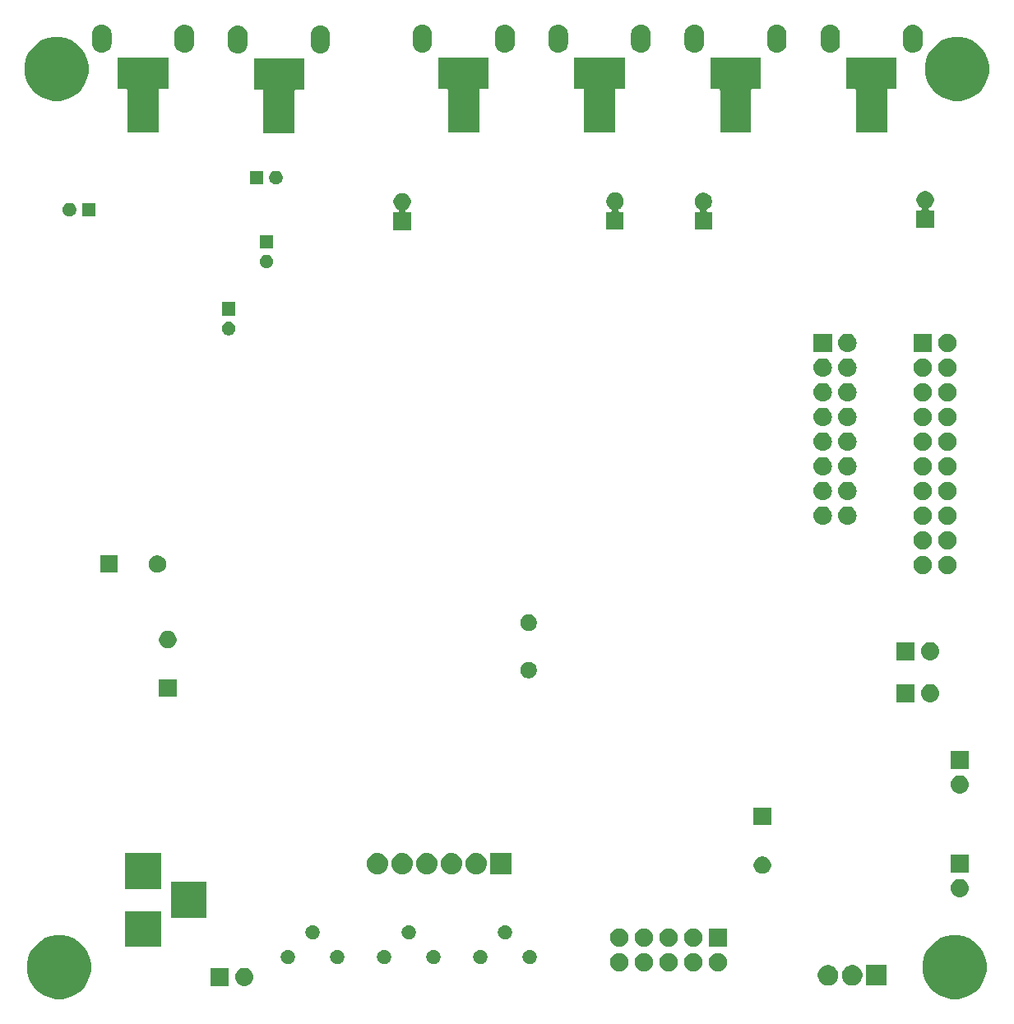
<source format=gbs>
G04 #@! TF.GenerationSoftware,KiCad,Pcbnew,(5.1.0-0)*
G04 #@! TF.CreationDate,2019-04-20T13:38:53+09:00*
G04 #@! TF.ProjectId,FreeDSP_SMD_AB,46726565-4453-4505-9f53-4d445f41422e,rev?*
G04 #@! TF.SameCoordinates,Original*
G04 #@! TF.FileFunction,Soldermask,Bot*
G04 #@! TF.FilePolarity,Negative*
%FSLAX46Y46*%
G04 Gerber Fmt 4.6, Leading zero omitted, Abs format (unit mm)*
G04 Created by KiCad (PCBNEW (5.1.0-0)) date 2019-04-20 13:38:53*
%MOMM*%
%LPD*%
G04 APERTURE LIST*
%ADD10C,0.100000*%
G04 APERTURE END LIST*
D10*
G36*
X120850574Y-114682817D02*
G01*
X121451136Y-114931578D01*
X121758974Y-115137269D01*
X121991630Y-115292725D01*
X122451275Y-115752370D01*
X122451277Y-115752373D01*
X122812422Y-116292864D01*
X123061183Y-116893426D01*
X123188000Y-117530978D01*
X123188000Y-118181022D01*
X123061183Y-118818574D01*
X122812422Y-119419136D01*
X122512751Y-119867625D01*
X122451275Y-119959630D01*
X121991630Y-120419275D01*
X121991627Y-120419277D01*
X121451136Y-120780422D01*
X120850574Y-121029183D01*
X120213022Y-121156000D01*
X119562978Y-121156000D01*
X118925426Y-121029183D01*
X118324864Y-120780422D01*
X117784373Y-120419277D01*
X117784370Y-120419275D01*
X117324725Y-119959630D01*
X117263249Y-119867625D01*
X116963578Y-119419136D01*
X116714817Y-118818574D01*
X116588000Y-118181022D01*
X116588000Y-117530978D01*
X116714817Y-116893426D01*
X116963578Y-116292864D01*
X117324723Y-115752373D01*
X117324725Y-115752370D01*
X117784370Y-115292725D01*
X118017026Y-115137269D01*
X118324864Y-114931578D01*
X118925426Y-114682817D01*
X119562978Y-114556000D01*
X120213022Y-114556000D01*
X120850574Y-114682817D01*
X120850574Y-114682817D01*
G37*
G36*
X28648574Y-114682817D02*
G01*
X29249136Y-114931578D01*
X29556974Y-115137269D01*
X29789630Y-115292725D01*
X30249275Y-115752370D01*
X30249277Y-115752373D01*
X30610422Y-116292864D01*
X30859183Y-116893426D01*
X30986000Y-117530978D01*
X30986000Y-118181022D01*
X30859183Y-118818574D01*
X30610422Y-119419136D01*
X30310751Y-119867625D01*
X30249275Y-119959630D01*
X29789630Y-120419275D01*
X29789627Y-120419277D01*
X29249136Y-120780422D01*
X28648574Y-121029183D01*
X28011022Y-121156000D01*
X27360978Y-121156000D01*
X26723426Y-121029183D01*
X26122864Y-120780422D01*
X25582373Y-120419277D01*
X25582370Y-120419275D01*
X25122725Y-119959630D01*
X25061249Y-119867625D01*
X24761578Y-119419136D01*
X24512817Y-118818574D01*
X24386000Y-118181022D01*
X24386000Y-117530978D01*
X24512817Y-116893426D01*
X24761578Y-116292864D01*
X25122723Y-115752373D01*
X25122725Y-115752370D01*
X25582370Y-115292725D01*
X25815026Y-115137269D01*
X26122864Y-114931578D01*
X26723426Y-114682817D01*
X27360978Y-114556000D01*
X28011022Y-114556000D01*
X28648574Y-114682817D01*
X28648574Y-114682817D01*
G37*
G36*
X45146000Y-119822000D02*
G01*
X43246000Y-119822000D01*
X43246000Y-117922000D01*
X45146000Y-117922000D01*
X45146000Y-119822000D01*
X45146000Y-119822000D01*
G37*
G36*
X46922232Y-117935746D02*
G01*
X47101308Y-117990068D01*
X47266345Y-118078282D01*
X47411001Y-118196999D01*
X47529718Y-118341655D01*
X47617932Y-118506692D01*
X47672254Y-118685768D01*
X47690596Y-118872000D01*
X47672254Y-119058232D01*
X47617932Y-119237308D01*
X47529718Y-119402345D01*
X47411001Y-119547001D01*
X47266345Y-119665718D01*
X47101308Y-119753932D01*
X46922232Y-119808254D01*
X46782665Y-119822000D01*
X46689335Y-119822000D01*
X46549768Y-119808254D01*
X46370692Y-119753932D01*
X46205655Y-119665718D01*
X46060999Y-119547001D01*
X45942282Y-119402345D01*
X45854068Y-119237308D01*
X45799746Y-119058232D01*
X45781404Y-118872000D01*
X45799746Y-118685768D01*
X45854068Y-118506692D01*
X45942282Y-118341655D01*
X46060999Y-118196999D01*
X46205655Y-118078282D01*
X46370692Y-117990068D01*
X46549768Y-117935746D01*
X46689335Y-117922000D01*
X46782665Y-117922000D01*
X46922232Y-117935746D01*
X46922232Y-117935746D01*
G37*
G36*
X112891000Y-119742000D02*
G01*
X110791000Y-119742000D01*
X110791000Y-117642000D01*
X112891000Y-117642000D01*
X112891000Y-119742000D01*
X112891000Y-119742000D01*
G37*
G36*
X109647274Y-117682350D02*
G01*
X109838362Y-117761502D01*
X109906087Y-117806754D01*
X110010340Y-117876414D01*
X110156586Y-118022660D01*
X110156588Y-118022663D01*
X110156589Y-118022664D01*
X110271498Y-118194638D01*
X110350650Y-118385726D01*
X110391000Y-118588584D01*
X110391000Y-118795416D01*
X110350650Y-118998274D01*
X110281721Y-119164681D01*
X110271498Y-119189362D01*
X110156586Y-119361340D01*
X110010340Y-119507586D01*
X110010337Y-119507588D01*
X110010336Y-119507589D01*
X109838362Y-119622498D01*
X109647274Y-119701650D01*
X109444416Y-119742000D01*
X109237584Y-119742000D01*
X109034726Y-119701650D01*
X108843638Y-119622498D01*
X108671664Y-119507589D01*
X108671663Y-119507588D01*
X108671660Y-119507586D01*
X108525414Y-119361340D01*
X108410502Y-119189362D01*
X108400279Y-119164681D01*
X108331350Y-118998274D01*
X108291000Y-118795416D01*
X108291000Y-118588584D01*
X108331350Y-118385726D01*
X108410502Y-118194638D01*
X108525411Y-118022664D01*
X108525412Y-118022663D01*
X108525414Y-118022660D01*
X108671660Y-117876414D01*
X108775914Y-117806754D01*
X108843638Y-117761502D01*
X109034726Y-117682350D01*
X109237584Y-117642000D01*
X109444416Y-117642000D01*
X109647274Y-117682350D01*
X109647274Y-117682350D01*
G37*
G36*
X107147274Y-117682350D02*
G01*
X107338362Y-117761502D01*
X107406087Y-117806754D01*
X107510340Y-117876414D01*
X107656586Y-118022660D01*
X107656588Y-118022663D01*
X107656589Y-118022664D01*
X107771498Y-118194638D01*
X107850650Y-118385726D01*
X107891000Y-118588584D01*
X107891000Y-118795416D01*
X107850650Y-118998274D01*
X107781721Y-119164681D01*
X107771498Y-119189362D01*
X107656586Y-119361340D01*
X107510340Y-119507586D01*
X107510337Y-119507588D01*
X107510336Y-119507589D01*
X107338362Y-119622498D01*
X107147274Y-119701650D01*
X106944416Y-119742000D01*
X106737584Y-119742000D01*
X106534726Y-119701650D01*
X106343638Y-119622498D01*
X106171664Y-119507589D01*
X106171663Y-119507588D01*
X106171660Y-119507586D01*
X106025414Y-119361340D01*
X105910502Y-119189362D01*
X105900279Y-119164681D01*
X105831350Y-118998274D01*
X105791000Y-118795416D01*
X105791000Y-118588584D01*
X105831350Y-118385726D01*
X105910502Y-118194638D01*
X106025411Y-118022664D01*
X106025412Y-118022663D01*
X106025414Y-118022660D01*
X106171660Y-117876414D01*
X106275914Y-117806754D01*
X106343638Y-117761502D01*
X106534726Y-117682350D01*
X106737584Y-117642000D01*
X106944416Y-117642000D01*
X107147274Y-117682350D01*
X107147274Y-117682350D01*
G37*
G36*
X93179926Y-116422339D02*
G01*
X93241106Y-116434508D01*
X93413995Y-116506121D01*
X93569591Y-116610087D01*
X93701913Y-116742409D01*
X93805879Y-116898005D01*
X93877492Y-117070894D01*
X93877492Y-117070895D01*
X93914000Y-117254433D01*
X93914000Y-117441567D01*
X93897205Y-117526000D01*
X93877492Y-117625106D01*
X93805879Y-117797995D01*
X93701913Y-117953591D01*
X93569591Y-118085913D01*
X93413995Y-118189879D01*
X93241106Y-118261492D01*
X93179926Y-118273661D01*
X93057567Y-118298000D01*
X92870433Y-118298000D01*
X92748074Y-118273661D01*
X92686894Y-118261492D01*
X92514005Y-118189879D01*
X92358409Y-118085913D01*
X92226087Y-117953591D01*
X92122121Y-117797995D01*
X92050508Y-117625106D01*
X92030795Y-117526000D01*
X92014000Y-117441567D01*
X92014000Y-117254433D01*
X92050508Y-117070895D01*
X92050508Y-117070894D01*
X92122121Y-116898005D01*
X92226087Y-116742409D01*
X92358409Y-116610087D01*
X92514005Y-116506121D01*
X92686894Y-116434508D01*
X92748074Y-116422339D01*
X92870433Y-116398000D01*
X93057567Y-116398000D01*
X93179926Y-116422339D01*
X93179926Y-116422339D01*
G37*
G36*
X85559926Y-116422339D02*
G01*
X85621106Y-116434508D01*
X85793995Y-116506121D01*
X85949591Y-116610087D01*
X86081913Y-116742409D01*
X86185879Y-116898005D01*
X86257492Y-117070894D01*
X86257492Y-117070895D01*
X86294000Y-117254433D01*
X86294000Y-117441567D01*
X86277205Y-117526000D01*
X86257492Y-117625106D01*
X86185879Y-117797995D01*
X86081913Y-117953591D01*
X85949591Y-118085913D01*
X85793995Y-118189879D01*
X85621106Y-118261492D01*
X85559926Y-118273661D01*
X85437567Y-118298000D01*
X85250433Y-118298000D01*
X85128074Y-118273661D01*
X85066894Y-118261492D01*
X84894005Y-118189879D01*
X84738409Y-118085913D01*
X84606087Y-117953591D01*
X84502121Y-117797995D01*
X84430508Y-117625106D01*
X84410795Y-117526000D01*
X84394000Y-117441567D01*
X84394000Y-117254433D01*
X84430508Y-117070895D01*
X84430508Y-117070894D01*
X84502121Y-116898005D01*
X84606087Y-116742409D01*
X84738409Y-116610087D01*
X84894005Y-116506121D01*
X85066894Y-116434508D01*
X85128074Y-116422339D01*
X85250433Y-116398000D01*
X85437567Y-116398000D01*
X85559926Y-116422339D01*
X85559926Y-116422339D01*
G37*
G36*
X88099926Y-116422339D02*
G01*
X88161106Y-116434508D01*
X88333995Y-116506121D01*
X88489591Y-116610087D01*
X88621913Y-116742409D01*
X88725879Y-116898005D01*
X88797492Y-117070894D01*
X88797492Y-117070895D01*
X88834000Y-117254433D01*
X88834000Y-117441567D01*
X88817205Y-117526000D01*
X88797492Y-117625106D01*
X88725879Y-117797995D01*
X88621913Y-117953591D01*
X88489591Y-118085913D01*
X88333995Y-118189879D01*
X88161106Y-118261492D01*
X88099926Y-118273661D01*
X87977567Y-118298000D01*
X87790433Y-118298000D01*
X87668074Y-118273661D01*
X87606894Y-118261492D01*
X87434005Y-118189879D01*
X87278409Y-118085913D01*
X87146087Y-117953591D01*
X87042121Y-117797995D01*
X86970508Y-117625106D01*
X86950795Y-117526000D01*
X86934000Y-117441567D01*
X86934000Y-117254433D01*
X86970508Y-117070895D01*
X86970508Y-117070894D01*
X87042121Y-116898005D01*
X87146087Y-116742409D01*
X87278409Y-116610087D01*
X87434005Y-116506121D01*
X87606894Y-116434508D01*
X87668074Y-116422339D01*
X87790433Y-116398000D01*
X87977567Y-116398000D01*
X88099926Y-116422339D01*
X88099926Y-116422339D01*
G37*
G36*
X90639926Y-116422339D02*
G01*
X90701106Y-116434508D01*
X90873995Y-116506121D01*
X91029591Y-116610087D01*
X91161913Y-116742409D01*
X91265879Y-116898005D01*
X91337492Y-117070894D01*
X91337492Y-117070895D01*
X91374000Y-117254433D01*
X91374000Y-117441567D01*
X91357205Y-117526000D01*
X91337492Y-117625106D01*
X91265879Y-117797995D01*
X91161913Y-117953591D01*
X91029591Y-118085913D01*
X90873995Y-118189879D01*
X90701106Y-118261492D01*
X90639926Y-118273661D01*
X90517567Y-118298000D01*
X90330433Y-118298000D01*
X90208074Y-118273661D01*
X90146894Y-118261492D01*
X89974005Y-118189879D01*
X89818409Y-118085913D01*
X89686087Y-117953591D01*
X89582121Y-117797995D01*
X89510508Y-117625106D01*
X89490795Y-117526000D01*
X89474000Y-117441567D01*
X89474000Y-117254433D01*
X89510508Y-117070895D01*
X89510508Y-117070894D01*
X89582121Y-116898005D01*
X89686087Y-116742409D01*
X89818409Y-116610087D01*
X89974005Y-116506121D01*
X90146894Y-116434508D01*
X90208074Y-116422339D01*
X90330433Y-116398000D01*
X90517567Y-116398000D01*
X90639926Y-116422339D01*
X90639926Y-116422339D01*
G37*
G36*
X95719926Y-116422339D02*
G01*
X95781106Y-116434508D01*
X95953995Y-116506121D01*
X96109591Y-116610087D01*
X96241913Y-116742409D01*
X96345879Y-116898005D01*
X96417492Y-117070894D01*
X96417492Y-117070895D01*
X96454000Y-117254433D01*
X96454000Y-117441567D01*
X96437205Y-117526000D01*
X96417492Y-117625106D01*
X96345879Y-117797995D01*
X96241913Y-117953591D01*
X96109591Y-118085913D01*
X95953995Y-118189879D01*
X95781106Y-118261492D01*
X95719926Y-118273661D01*
X95597567Y-118298000D01*
X95410433Y-118298000D01*
X95288074Y-118273661D01*
X95226894Y-118261492D01*
X95054005Y-118189879D01*
X94898409Y-118085913D01*
X94766087Y-117953591D01*
X94662121Y-117797995D01*
X94590508Y-117625106D01*
X94570795Y-117526000D01*
X94554000Y-117441567D01*
X94554000Y-117254433D01*
X94590508Y-117070895D01*
X94590508Y-117070894D01*
X94662121Y-116898005D01*
X94766087Y-116742409D01*
X94898409Y-116610087D01*
X95054005Y-116506121D01*
X95226894Y-116434508D01*
X95288074Y-116422339D01*
X95410433Y-116398000D01*
X95597567Y-116398000D01*
X95719926Y-116422339D01*
X95719926Y-116422339D01*
G37*
G36*
X66430933Y-116094054D02*
G01*
X66563785Y-116149083D01*
X66683348Y-116228972D01*
X66785028Y-116330652D01*
X66864917Y-116450215D01*
X66919946Y-116583067D01*
X66948000Y-116724101D01*
X66948000Y-116867899D01*
X66919946Y-117008933D01*
X66864917Y-117141785D01*
X66785028Y-117261348D01*
X66683348Y-117363028D01*
X66563785Y-117442917D01*
X66430933Y-117497946D01*
X66289899Y-117526000D01*
X66146101Y-117526000D01*
X66005067Y-117497946D01*
X65872215Y-117442917D01*
X65752652Y-117363028D01*
X65650972Y-117261348D01*
X65571083Y-117141785D01*
X65516054Y-117008933D01*
X65488000Y-116867899D01*
X65488000Y-116724101D01*
X65516054Y-116583067D01*
X65571083Y-116450215D01*
X65650972Y-116330652D01*
X65752652Y-116228972D01*
X65872215Y-116149083D01*
X66005067Y-116094054D01*
X66146101Y-116066000D01*
X66289899Y-116066000D01*
X66430933Y-116094054D01*
X66430933Y-116094054D01*
G37*
G36*
X61350933Y-116094054D02*
G01*
X61483785Y-116149083D01*
X61603348Y-116228972D01*
X61705028Y-116330652D01*
X61784917Y-116450215D01*
X61839946Y-116583067D01*
X61868000Y-116724101D01*
X61868000Y-116867899D01*
X61839946Y-117008933D01*
X61784917Y-117141785D01*
X61705028Y-117261348D01*
X61603348Y-117363028D01*
X61483785Y-117442917D01*
X61350933Y-117497946D01*
X61209899Y-117526000D01*
X61066101Y-117526000D01*
X60925067Y-117497946D01*
X60792215Y-117442917D01*
X60672652Y-117363028D01*
X60570972Y-117261348D01*
X60491083Y-117141785D01*
X60436054Y-117008933D01*
X60408000Y-116867899D01*
X60408000Y-116724101D01*
X60436054Y-116583067D01*
X60491083Y-116450215D01*
X60570972Y-116330652D01*
X60672652Y-116228972D01*
X60792215Y-116149083D01*
X60925067Y-116094054D01*
X61066101Y-116066000D01*
X61209899Y-116066000D01*
X61350933Y-116094054D01*
X61350933Y-116094054D01*
G37*
G36*
X76336933Y-116094054D02*
G01*
X76469785Y-116149083D01*
X76589348Y-116228972D01*
X76691028Y-116330652D01*
X76770917Y-116450215D01*
X76825946Y-116583067D01*
X76854000Y-116724101D01*
X76854000Y-116867899D01*
X76825946Y-117008933D01*
X76770917Y-117141785D01*
X76691028Y-117261348D01*
X76589348Y-117363028D01*
X76469785Y-117442917D01*
X76336933Y-117497946D01*
X76195899Y-117526000D01*
X76052101Y-117526000D01*
X75911067Y-117497946D01*
X75778215Y-117442917D01*
X75658652Y-117363028D01*
X75556972Y-117261348D01*
X75477083Y-117141785D01*
X75422054Y-117008933D01*
X75394000Y-116867899D01*
X75394000Y-116724101D01*
X75422054Y-116583067D01*
X75477083Y-116450215D01*
X75556972Y-116330652D01*
X75658652Y-116228972D01*
X75778215Y-116149083D01*
X75911067Y-116094054D01*
X76052101Y-116066000D01*
X76195899Y-116066000D01*
X76336933Y-116094054D01*
X76336933Y-116094054D01*
G37*
G36*
X71256933Y-116094054D02*
G01*
X71389785Y-116149083D01*
X71509348Y-116228972D01*
X71611028Y-116330652D01*
X71690917Y-116450215D01*
X71745946Y-116583067D01*
X71774000Y-116724101D01*
X71774000Y-116867899D01*
X71745946Y-117008933D01*
X71690917Y-117141785D01*
X71611028Y-117261348D01*
X71509348Y-117363028D01*
X71389785Y-117442917D01*
X71256933Y-117497946D01*
X71115899Y-117526000D01*
X70972101Y-117526000D01*
X70831067Y-117497946D01*
X70698215Y-117442917D01*
X70578652Y-117363028D01*
X70476972Y-117261348D01*
X70397083Y-117141785D01*
X70342054Y-117008933D01*
X70314000Y-116867899D01*
X70314000Y-116724101D01*
X70342054Y-116583067D01*
X70397083Y-116450215D01*
X70476972Y-116330652D01*
X70578652Y-116228972D01*
X70698215Y-116149083D01*
X70831067Y-116094054D01*
X70972101Y-116066000D01*
X71115899Y-116066000D01*
X71256933Y-116094054D01*
X71256933Y-116094054D01*
G37*
G36*
X56524933Y-116094054D02*
G01*
X56657785Y-116149083D01*
X56777348Y-116228972D01*
X56879028Y-116330652D01*
X56958917Y-116450215D01*
X57013946Y-116583067D01*
X57042000Y-116724101D01*
X57042000Y-116867899D01*
X57013946Y-117008933D01*
X56958917Y-117141785D01*
X56879028Y-117261348D01*
X56777348Y-117363028D01*
X56657785Y-117442917D01*
X56524933Y-117497946D01*
X56383899Y-117526000D01*
X56240101Y-117526000D01*
X56099067Y-117497946D01*
X55966215Y-117442917D01*
X55846652Y-117363028D01*
X55744972Y-117261348D01*
X55665083Y-117141785D01*
X55610054Y-117008933D01*
X55582000Y-116867899D01*
X55582000Y-116724101D01*
X55610054Y-116583067D01*
X55665083Y-116450215D01*
X55744972Y-116330652D01*
X55846652Y-116228972D01*
X55966215Y-116149083D01*
X56099067Y-116094054D01*
X56240101Y-116066000D01*
X56383899Y-116066000D01*
X56524933Y-116094054D01*
X56524933Y-116094054D01*
G37*
G36*
X51444933Y-116094054D02*
G01*
X51577785Y-116149083D01*
X51697348Y-116228972D01*
X51799028Y-116330652D01*
X51878917Y-116450215D01*
X51933946Y-116583067D01*
X51962000Y-116724101D01*
X51962000Y-116867899D01*
X51933946Y-117008933D01*
X51878917Y-117141785D01*
X51799028Y-117261348D01*
X51697348Y-117363028D01*
X51577785Y-117442917D01*
X51444933Y-117497946D01*
X51303899Y-117526000D01*
X51160101Y-117526000D01*
X51019067Y-117497946D01*
X50886215Y-117442917D01*
X50766652Y-117363028D01*
X50664972Y-117261348D01*
X50585083Y-117141785D01*
X50530054Y-117008933D01*
X50502000Y-116867899D01*
X50502000Y-116724101D01*
X50530054Y-116583067D01*
X50585083Y-116450215D01*
X50664972Y-116330652D01*
X50766652Y-116228972D01*
X50886215Y-116149083D01*
X51019067Y-116094054D01*
X51160101Y-116066000D01*
X51303899Y-116066000D01*
X51444933Y-116094054D01*
X51444933Y-116094054D01*
G37*
G36*
X38172000Y-115800000D02*
G01*
X34472000Y-115800000D01*
X34472000Y-112100000D01*
X38172000Y-112100000D01*
X38172000Y-115800000D01*
X38172000Y-115800000D01*
G37*
G36*
X88099926Y-113882339D02*
G01*
X88161106Y-113894508D01*
X88333995Y-113966121D01*
X88489591Y-114070087D01*
X88621913Y-114202409D01*
X88725879Y-114358005D01*
X88797492Y-114530894D01*
X88797492Y-114530895D01*
X88834000Y-114714433D01*
X88834000Y-114901567D01*
X88819350Y-114975215D01*
X88797492Y-115085106D01*
X88725879Y-115257995D01*
X88621913Y-115413591D01*
X88489591Y-115545913D01*
X88333995Y-115649879D01*
X88161106Y-115721492D01*
X88099926Y-115733661D01*
X87977567Y-115758000D01*
X87790433Y-115758000D01*
X87668074Y-115733661D01*
X87606894Y-115721492D01*
X87434005Y-115649879D01*
X87278409Y-115545913D01*
X87146087Y-115413591D01*
X87042121Y-115257995D01*
X86970508Y-115085106D01*
X86948650Y-114975215D01*
X86934000Y-114901567D01*
X86934000Y-114714433D01*
X86970508Y-114530895D01*
X86970508Y-114530894D01*
X87042121Y-114358005D01*
X87146087Y-114202409D01*
X87278409Y-114070087D01*
X87434005Y-113966121D01*
X87606894Y-113894508D01*
X87668074Y-113882339D01*
X87790433Y-113858000D01*
X87977567Y-113858000D01*
X88099926Y-113882339D01*
X88099926Y-113882339D01*
G37*
G36*
X90639926Y-113882339D02*
G01*
X90701106Y-113894508D01*
X90873995Y-113966121D01*
X91029591Y-114070087D01*
X91161913Y-114202409D01*
X91265879Y-114358005D01*
X91337492Y-114530894D01*
X91337492Y-114530895D01*
X91374000Y-114714433D01*
X91374000Y-114901567D01*
X91359350Y-114975215D01*
X91337492Y-115085106D01*
X91265879Y-115257995D01*
X91161913Y-115413591D01*
X91029591Y-115545913D01*
X90873995Y-115649879D01*
X90701106Y-115721492D01*
X90639926Y-115733661D01*
X90517567Y-115758000D01*
X90330433Y-115758000D01*
X90208074Y-115733661D01*
X90146894Y-115721492D01*
X89974005Y-115649879D01*
X89818409Y-115545913D01*
X89686087Y-115413591D01*
X89582121Y-115257995D01*
X89510508Y-115085106D01*
X89488650Y-114975215D01*
X89474000Y-114901567D01*
X89474000Y-114714433D01*
X89510508Y-114530895D01*
X89510508Y-114530894D01*
X89582121Y-114358005D01*
X89686087Y-114202409D01*
X89818409Y-114070087D01*
X89974005Y-113966121D01*
X90146894Y-113894508D01*
X90208074Y-113882339D01*
X90330433Y-113858000D01*
X90517567Y-113858000D01*
X90639926Y-113882339D01*
X90639926Y-113882339D01*
G37*
G36*
X96454000Y-115758000D02*
G01*
X94554000Y-115758000D01*
X94554000Y-113858000D01*
X96454000Y-113858000D01*
X96454000Y-115758000D01*
X96454000Y-115758000D01*
G37*
G36*
X93179926Y-113882339D02*
G01*
X93241106Y-113894508D01*
X93413995Y-113966121D01*
X93569591Y-114070087D01*
X93701913Y-114202409D01*
X93805879Y-114358005D01*
X93877492Y-114530894D01*
X93877492Y-114530895D01*
X93914000Y-114714433D01*
X93914000Y-114901567D01*
X93899350Y-114975215D01*
X93877492Y-115085106D01*
X93805879Y-115257995D01*
X93701913Y-115413591D01*
X93569591Y-115545913D01*
X93413995Y-115649879D01*
X93241106Y-115721492D01*
X93179926Y-115733661D01*
X93057567Y-115758000D01*
X92870433Y-115758000D01*
X92748074Y-115733661D01*
X92686894Y-115721492D01*
X92514005Y-115649879D01*
X92358409Y-115545913D01*
X92226087Y-115413591D01*
X92122121Y-115257995D01*
X92050508Y-115085106D01*
X92028650Y-114975215D01*
X92014000Y-114901567D01*
X92014000Y-114714433D01*
X92050508Y-114530895D01*
X92050508Y-114530894D01*
X92122121Y-114358005D01*
X92226087Y-114202409D01*
X92358409Y-114070087D01*
X92514005Y-113966121D01*
X92686894Y-113894508D01*
X92748074Y-113882339D01*
X92870433Y-113858000D01*
X93057567Y-113858000D01*
X93179926Y-113882339D01*
X93179926Y-113882339D01*
G37*
G36*
X85559926Y-113882339D02*
G01*
X85621106Y-113894508D01*
X85793995Y-113966121D01*
X85949591Y-114070087D01*
X86081913Y-114202409D01*
X86185879Y-114358005D01*
X86257492Y-114530894D01*
X86257492Y-114530895D01*
X86294000Y-114714433D01*
X86294000Y-114901567D01*
X86279350Y-114975215D01*
X86257492Y-115085106D01*
X86185879Y-115257995D01*
X86081913Y-115413591D01*
X85949591Y-115545913D01*
X85793995Y-115649879D01*
X85621106Y-115721492D01*
X85559926Y-115733661D01*
X85437567Y-115758000D01*
X85250433Y-115758000D01*
X85128074Y-115733661D01*
X85066894Y-115721492D01*
X84894005Y-115649879D01*
X84738409Y-115545913D01*
X84606087Y-115413591D01*
X84502121Y-115257995D01*
X84430508Y-115085106D01*
X84408650Y-114975215D01*
X84394000Y-114901567D01*
X84394000Y-114714433D01*
X84430508Y-114530895D01*
X84430508Y-114530894D01*
X84502121Y-114358005D01*
X84606087Y-114202409D01*
X84738409Y-114070087D01*
X84894005Y-113966121D01*
X85066894Y-113894508D01*
X85128074Y-113882339D01*
X85250433Y-113858000D01*
X85437567Y-113858000D01*
X85559926Y-113882339D01*
X85559926Y-113882339D01*
G37*
G36*
X53984933Y-113554054D02*
G01*
X54117785Y-113609083D01*
X54237348Y-113688972D01*
X54339028Y-113790652D01*
X54418917Y-113910215D01*
X54473946Y-114043067D01*
X54502000Y-114184101D01*
X54502000Y-114327899D01*
X54473946Y-114468933D01*
X54418917Y-114601785D01*
X54339028Y-114721348D01*
X54237348Y-114823028D01*
X54117785Y-114902917D01*
X53984933Y-114957946D01*
X53843899Y-114986000D01*
X53700101Y-114986000D01*
X53559067Y-114957946D01*
X53426215Y-114902917D01*
X53306652Y-114823028D01*
X53204972Y-114721348D01*
X53125083Y-114601785D01*
X53070054Y-114468933D01*
X53042000Y-114327899D01*
X53042000Y-114184101D01*
X53070054Y-114043067D01*
X53125083Y-113910215D01*
X53204972Y-113790652D01*
X53306652Y-113688972D01*
X53426215Y-113609083D01*
X53559067Y-113554054D01*
X53700101Y-113526000D01*
X53843899Y-113526000D01*
X53984933Y-113554054D01*
X53984933Y-113554054D01*
G37*
G36*
X63890933Y-113554054D02*
G01*
X64023785Y-113609083D01*
X64143348Y-113688972D01*
X64245028Y-113790652D01*
X64324917Y-113910215D01*
X64379946Y-114043067D01*
X64408000Y-114184101D01*
X64408000Y-114327899D01*
X64379946Y-114468933D01*
X64324917Y-114601785D01*
X64245028Y-114721348D01*
X64143348Y-114823028D01*
X64023785Y-114902917D01*
X63890933Y-114957946D01*
X63749899Y-114986000D01*
X63606101Y-114986000D01*
X63465067Y-114957946D01*
X63332215Y-114902917D01*
X63212652Y-114823028D01*
X63110972Y-114721348D01*
X63031083Y-114601785D01*
X62976054Y-114468933D01*
X62948000Y-114327899D01*
X62948000Y-114184101D01*
X62976054Y-114043067D01*
X63031083Y-113910215D01*
X63110972Y-113790652D01*
X63212652Y-113688972D01*
X63332215Y-113609083D01*
X63465067Y-113554054D01*
X63606101Y-113526000D01*
X63749899Y-113526000D01*
X63890933Y-113554054D01*
X63890933Y-113554054D01*
G37*
G36*
X73796933Y-113554054D02*
G01*
X73929785Y-113609083D01*
X74049348Y-113688972D01*
X74151028Y-113790652D01*
X74230917Y-113910215D01*
X74285946Y-114043067D01*
X74314000Y-114184101D01*
X74314000Y-114327899D01*
X74285946Y-114468933D01*
X74230917Y-114601785D01*
X74151028Y-114721348D01*
X74049348Y-114823028D01*
X73929785Y-114902917D01*
X73796933Y-114957946D01*
X73655899Y-114986000D01*
X73512101Y-114986000D01*
X73371067Y-114957946D01*
X73238215Y-114902917D01*
X73118652Y-114823028D01*
X73016972Y-114721348D01*
X72937083Y-114601785D01*
X72882054Y-114468933D01*
X72854000Y-114327899D01*
X72854000Y-114184101D01*
X72882054Y-114043067D01*
X72937083Y-113910215D01*
X73016972Y-113790652D01*
X73118652Y-113688972D01*
X73238215Y-113609083D01*
X73371067Y-113554054D01*
X73512101Y-113526000D01*
X73655899Y-113526000D01*
X73796933Y-113554054D01*
X73796933Y-113554054D01*
G37*
G36*
X42872000Y-112800000D02*
G01*
X39172000Y-112800000D01*
X39172000Y-109100000D01*
X42872000Y-109100000D01*
X42872000Y-112800000D01*
X42872000Y-112800000D01*
G37*
G36*
X120582232Y-108791746D02*
G01*
X120761308Y-108846068D01*
X120926345Y-108934282D01*
X121071001Y-109052999D01*
X121189718Y-109197655D01*
X121277932Y-109362692D01*
X121332254Y-109541768D01*
X121350596Y-109728000D01*
X121332254Y-109914232D01*
X121277932Y-110093308D01*
X121189718Y-110258345D01*
X121071001Y-110403001D01*
X120926345Y-110521718D01*
X120761308Y-110609932D01*
X120582232Y-110664254D01*
X120442665Y-110678000D01*
X120349335Y-110678000D01*
X120209768Y-110664254D01*
X120030692Y-110609932D01*
X119865655Y-110521718D01*
X119720999Y-110403001D01*
X119602282Y-110258345D01*
X119514068Y-110093308D01*
X119459746Y-109914232D01*
X119441404Y-109728000D01*
X119459746Y-109541768D01*
X119514068Y-109362692D01*
X119602282Y-109197655D01*
X119720999Y-109052999D01*
X119865655Y-108934282D01*
X120030692Y-108846068D01*
X120209768Y-108791746D01*
X120349335Y-108778000D01*
X120442665Y-108778000D01*
X120582232Y-108791746D01*
X120582232Y-108791746D01*
G37*
G36*
X38172000Y-109800000D02*
G01*
X34472000Y-109800000D01*
X34472000Y-106100000D01*
X38172000Y-106100000D01*
X38172000Y-109800000D01*
X38172000Y-109800000D01*
G37*
G36*
X65747538Y-106104419D02*
G01*
X65954793Y-106167289D01*
X66145798Y-106269384D01*
X66313218Y-106406782D01*
X66450616Y-106574202D01*
X66552711Y-106765207D01*
X66615581Y-106972462D01*
X66636809Y-107188000D01*
X66615581Y-107403538D01*
X66552711Y-107610793D01*
X66450616Y-107801798D01*
X66313218Y-107969218D01*
X66145798Y-108106616D01*
X65954793Y-108208711D01*
X65747538Y-108271581D01*
X65586008Y-108287490D01*
X65477992Y-108287490D01*
X65316462Y-108271581D01*
X65109207Y-108208711D01*
X64918202Y-108106616D01*
X64750782Y-107969218D01*
X64613384Y-107801798D01*
X64511289Y-107610793D01*
X64448419Y-107403538D01*
X64427191Y-107188000D01*
X64448419Y-106972462D01*
X64511289Y-106765207D01*
X64613384Y-106574202D01*
X64750782Y-106406782D01*
X64918202Y-106269384D01*
X65109207Y-106167289D01*
X65316462Y-106104419D01*
X65477992Y-106088510D01*
X65586008Y-106088510D01*
X65747538Y-106104419D01*
X65747538Y-106104419D01*
G37*
G36*
X74251490Y-108287490D02*
G01*
X72052510Y-108287490D01*
X72052510Y-106088510D01*
X74251490Y-106088510D01*
X74251490Y-108287490D01*
X74251490Y-108287490D01*
G37*
G36*
X70827538Y-106104419D02*
G01*
X71034793Y-106167289D01*
X71225798Y-106269384D01*
X71393218Y-106406782D01*
X71530616Y-106574202D01*
X71632711Y-106765207D01*
X71695581Y-106972462D01*
X71716809Y-107188000D01*
X71695581Y-107403538D01*
X71632711Y-107610793D01*
X71530616Y-107801798D01*
X71393218Y-107969218D01*
X71225798Y-108106616D01*
X71034793Y-108208711D01*
X70827538Y-108271581D01*
X70666008Y-108287490D01*
X70557992Y-108287490D01*
X70396462Y-108271581D01*
X70189207Y-108208711D01*
X69998202Y-108106616D01*
X69830782Y-107969218D01*
X69693384Y-107801798D01*
X69591289Y-107610793D01*
X69528419Y-107403538D01*
X69507191Y-107188000D01*
X69528419Y-106972462D01*
X69591289Y-106765207D01*
X69693384Y-106574202D01*
X69830782Y-106406782D01*
X69998202Y-106269384D01*
X70189207Y-106167289D01*
X70396462Y-106104419D01*
X70557992Y-106088510D01*
X70666008Y-106088510D01*
X70827538Y-106104419D01*
X70827538Y-106104419D01*
G37*
G36*
X68287538Y-106104419D02*
G01*
X68494793Y-106167289D01*
X68685798Y-106269384D01*
X68853218Y-106406782D01*
X68990616Y-106574202D01*
X69092711Y-106765207D01*
X69155581Y-106972462D01*
X69176809Y-107188000D01*
X69155581Y-107403538D01*
X69092711Y-107610793D01*
X68990616Y-107801798D01*
X68853218Y-107969218D01*
X68685798Y-108106616D01*
X68494793Y-108208711D01*
X68287538Y-108271581D01*
X68126008Y-108287490D01*
X68017992Y-108287490D01*
X67856462Y-108271581D01*
X67649207Y-108208711D01*
X67458202Y-108106616D01*
X67290782Y-107969218D01*
X67153384Y-107801798D01*
X67051289Y-107610793D01*
X66988419Y-107403538D01*
X66967191Y-107188000D01*
X66988419Y-106972462D01*
X67051289Y-106765207D01*
X67153384Y-106574202D01*
X67290782Y-106406782D01*
X67458202Y-106269384D01*
X67649207Y-106167289D01*
X67856462Y-106104419D01*
X68017992Y-106088510D01*
X68126008Y-106088510D01*
X68287538Y-106104419D01*
X68287538Y-106104419D01*
G37*
G36*
X63207538Y-106104419D02*
G01*
X63414793Y-106167289D01*
X63605798Y-106269384D01*
X63773218Y-106406782D01*
X63910616Y-106574202D01*
X64012711Y-106765207D01*
X64075581Y-106972462D01*
X64096809Y-107188000D01*
X64075581Y-107403538D01*
X64012711Y-107610793D01*
X63910616Y-107801798D01*
X63773218Y-107969218D01*
X63605798Y-108106616D01*
X63414793Y-108208711D01*
X63207538Y-108271581D01*
X63046008Y-108287490D01*
X62937992Y-108287490D01*
X62776462Y-108271581D01*
X62569207Y-108208711D01*
X62378202Y-108106616D01*
X62210782Y-107969218D01*
X62073384Y-107801798D01*
X61971289Y-107610793D01*
X61908419Y-107403538D01*
X61887191Y-107188000D01*
X61908419Y-106972462D01*
X61971289Y-106765207D01*
X62073384Y-106574202D01*
X62210782Y-106406782D01*
X62378202Y-106269384D01*
X62569207Y-106167289D01*
X62776462Y-106104419D01*
X62937992Y-106088510D01*
X63046008Y-106088510D01*
X63207538Y-106104419D01*
X63207538Y-106104419D01*
G37*
G36*
X60667538Y-106104419D02*
G01*
X60874793Y-106167289D01*
X61065798Y-106269384D01*
X61233218Y-106406782D01*
X61370616Y-106574202D01*
X61472711Y-106765207D01*
X61535581Y-106972462D01*
X61556809Y-107188000D01*
X61535581Y-107403538D01*
X61472711Y-107610793D01*
X61370616Y-107801798D01*
X61233218Y-107969218D01*
X61065798Y-108106616D01*
X60874793Y-108208711D01*
X60667538Y-108271581D01*
X60506008Y-108287490D01*
X60397992Y-108287490D01*
X60236462Y-108271581D01*
X60029207Y-108208711D01*
X59838202Y-108106616D01*
X59670782Y-107969218D01*
X59533384Y-107801798D01*
X59431289Y-107610793D01*
X59368419Y-107403538D01*
X59347191Y-107188000D01*
X59368419Y-106972462D01*
X59431289Y-106765207D01*
X59533384Y-106574202D01*
X59670782Y-106406782D01*
X59838202Y-106269384D01*
X60029207Y-106167289D01*
X60236462Y-106104419D01*
X60397992Y-106088510D01*
X60506008Y-106088510D01*
X60667538Y-106104419D01*
X60667538Y-106104419D01*
G37*
G36*
X100338520Y-106496586D02*
G01*
X100502310Y-106564430D01*
X100649717Y-106662924D01*
X100775076Y-106788283D01*
X100873570Y-106935690D01*
X100941414Y-107099480D01*
X100976000Y-107273358D01*
X100976000Y-107450642D01*
X100941414Y-107624520D01*
X100873570Y-107788310D01*
X100775076Y-107935717D01*
X100649717Y-108061076D01*
X100502310Y-108159570D01*
X100338520Y-108227414D01*
X100164642Y-108262000D01*
X99987358Y-108262000D01*
X99813480Y-108227414D01*
X99649690Y-108159570D01*
X99502283Y-108061076D01*
X99376924Y-107935717D01*
X99278430Y-107788310D01*
X99210586Y-107624520D01*
X99176000Y-107450642D01*
X99176000Y-107273358D01*
X99210586Y-107099480D01*
X99278430Y-106935690D01*
X99376924Y-106788283D01*
X99502283Y-106662924D01*
X99649690Y-106564430D01*
X99813480Y-106496586D01*
X99987358Y-106462000D01*
X100164642Y-106462000D01*
X100338520Y-106496586D01*
X100338520Y-106496586D01*
G37*
G36*
X121346000Y-108138000D02*
G01*
X119446000Y-108138000D01*
X119446000Y-106238000D01*
X121346000Y-106238000D01*
X121346000Y-108138000D01*
X121346000Y-108138000D01*
G37*
G36*
X100976000Y-103262000D02*
G01*
X99176000Y-103262000D01*
X99176000Y-101462000D01*
X100976000Y-101462000D01*
X100976000Y-103262000D01*
X100976000Y-103262000D01*
G37*
G36*
X120582232Y-98123746D02*
G01*
X120761308Y-98178068D01*
X120926345Y-98266282D01*
X121071001Y-98384999D01*
X121189718Y-98529655D01*
X121277932Y-98694692D01*
X121332254Y-98873768D01*
X121350596Y-99060000D01*
X121332254Y-99246232D01*
X121277932Y-99425308D01*
X121189718Y-99590345D01*
X121071001Y-99735001D01*
X120926345Y-99853718D01*
X120761308Y-99941932D01*
X120582232Y-99996254D01*
X120442665Y-100010000D01*
X120349335Y-100010000D01*
X120209768Y-99996254D01*
X120030692Y-99941932D01*
X119865655Y-99853718D01*
X119720999Y-99735001D01*
X119602282Y-99590345D01*
X119514068Y-99425308D01*
X119459746Y-99246232D01*
X119441404Y-99060000D01*
X119459746Y-98873768D01*
X119514068Y-98694692D01*
X119602282Y-98529655D01*
X119720999Y-98384999D01*
X119865655Y-98266282D01*
X120030692Y-98178068D01*
X120209768Y-98123746D01*
X120349335Y-98110000D01*
X120442665Y-98110000D01*
X120582232Y-98123746D01*
X120582232Y-98123746D01*
G37*
G36*
X121346000Y-97470000D02*
G01*
X119446000Y-97470000D01*
X119446000Y-95570000D01*
X121346000Y-95570000D01*
X121346000Y-97470000D01*
X121346000Y-97470000D01*
G37*
G36*
X117534232Y-88725746D02*
G01*
X117713308Y-88780068D01*
X117878345Y-88868282D01*
X118023001Y-88986999D01*
X118141718Y-89131655D01*
X118229932Y-89296692D01*
X118284254Y-89475768D01*
X118302596Y-89662000D01*
X118284254Y-89848232D01*
X118229932Y-90027308D01*
X118141718Y-90192345D01*
X118023001Y-90337001D01*
X117878345Y-90455718D01*
X117713308Y-90543932D01*
X117534232Y-90598254D01*
X117394665Y-90612000D01*
X117301335Y-90612000D01*
X117161768Y-90598254D01*
X116982692Y-90543932D01*
X116817655Y-90455718D01*
X116672999Y-90337001D01*
X116554282Y-90192345D01*
X116466068Y-90027308D01*
X116411746Y-89848232D01*
X116393404Y-89662000D01*
X116411746Y-89475768D01*
X116466068Y-89296692D01*
X116554282Y-89131655D01*
X116672999Y-88986999D01*
X116817655Y-88868282D01*
X116982692Y-88780068D01*
X117161768Y-88725746D01*
X117301335Y-88712000D01*
X117394665Y-88712000D01*
X117534232Y-88725746D01*
X117534232Y-88725746D01*
G37*
G36*
X115758000Y-90612000D02*
G01*
X113858000Y-90612000D01*
X113858000Y-88712000D01*
X115758000Y-88712000D01*
X115758000Y-90612000D01*
X115758000Y-90612000D01*
G37*
G36*
X39762000Y-90054000D02*
G01*
X37962000Y-90054000D01*
X37962000Y-88254000D01*
X39762000Y-88254000D01*
X39762000Y-90054000D01*
X39762000Y-90054000D01*
G37*
G36*
X76267636Y-86459565D02*
G01*
X76267639Y-86459566D01*
X76267638Y-86459566D01*
X76422326Y-86523639D01*
X76561545Y-86616663D01*
X76679937Y-86735055D01*
X76772961Y-86874274D01*
X76827651Y-87006309D01*
X76837035Y-87028964D01*
X76869700Y-87193182D01*
X76869700Y-87360618D01*
X76837035Y-87524836D01*
X76837034Y-87524838D01*
X76772961Y-87679526D01*
X76679937Y-87818745D01*
X76561545Y-87937137D01*
X76422326Y-88030161D01*
X76290291Y-88084851D01*
X76267636Y-88094235D01*
X76103418Y-88126900D01*
X75935982Y-88126900D01*
X75771764Y-88094235D01*
X75749109Y-88084851D01*
X75617074Y-88030161D01*
X75477855Y-87937137D01*
X75359463Y-87818745D01*
X75266439Y-87679526D01*
X75202366Y-87524838D01*
X75202365Y-87524836D01*
X75169700Y-87360618D01*
X75169700Y-87193182D01*
X75202365Y-87028964D01*
X75211749Y-87006309D01*
X75266439Y-86874274D01*
X75359463Y-86735055D01*
X75477855Y-86616663D01*
X75617074Y-86523639D01*
X75771762Y-86459566D01*
X75771761Y-86459566D01*
X75771764Y-86459565D01*
X75935982Y-86426900D01*
X76103418Y-86426900D01*
X76267636Y-86459565D01*
X76267636Y-86459565D01*
G37*
G36*
X115758000Y-86294000D02*
G01*
X113858000Y-86294000D01*
X113858000Y-84394000D01*
X115758000Y-84394000D01*
X115758000Y-86294000D01*
X115758000Y-86294000D01*
G37*
G36*
X117534232Y-84407746D02*
G01*
X117713308Y-84462068D01*
X117878345Y-84550282D01*
X118023001Y-84668999D01*
X118141718Y-84813655D01*
X118162789Y-84853076D01*
X118215435Y-84951569D01*
X118229932Y-84978692D01*
X118284254Y-85157768D01*
X118302596Y-85344000D01*
X118284254Y-85530232D01*
X118229932Y-85709308D01*
X118141718Y-85874345D01*
X118023001Y-86019001D01*
X117878345Y-86137718D01*
X117713308Y-86225932D01*
X117534232Y-86280254D01*
X117394665Y-86294000D01*
X117301335Y-86294000D01*
X117161768Y-86280254D01*
X116982692Y-86225932D01*
X116817655Y-86137718D01*
X116672999Y-86019001D01*
X116554282Y-85874345D01*
X116466068Y-85709308D01*
X116411746Y-85530232D01*
X116393404Y-85344000D01*
X116411746Y-85157768D01*
X116466068Y-84978692D01*
X116480566Y-84951569D01*
X116533211Y-84853076D01*
X116554282Y-84813655D01*
X116672999Y-84668999D01*
X116817655Y-84550282D01*
X116982692Y-84462068D01*
X117161768Y-84407746D01*
X117301335Y-84394000D01*
X117394665Y-84394000D01*
X117534232Y-84407746D01*
X117534232Y-84407746D01*
G37*
G36*
X39124520Y-83288586D02*
G01*
X39288310Y-83356430D01*
X39435717Y-83454924D01*
X39561076Y-83580283D01*
X39659570Y-83727690D01*
X39727414Y-83891480D01*
X39762000Y-84065358D01*
X39762000Y-84242642D01*
X39727414Y-84416520D01*
X39659570Y-84580310D01*
X39561076Y-84727717D01*
X39435717Y-84853076D01*
X39288310Y-84951570D01*
X39124520Y-85019414D01*
X38950642Y-85054000D01*
X38773358Y-85054000D01*
X38599480Y-85019414D01*
X38435690Y-84951570D01*
X38288283Y-84853076D01*
X38162924Y-84727717D01*
X38064430Y-84580310D01*
X37996586Y-84416520D01*
X37962000Y-84242642D01*
X37962000Y-84065358D01*
X37996586Y-83891480D01*
X38064430Y-83727690D01*
X38162924Y-83580283D01*
X38288283Y-83454924D01*
X38435690Y-83356430D01*
X38599480Y-83288586D01*
X38773358Y-83254000D01*
X38950642Y-83254000D01*
X39124520Y-83288586D01*
X39124520Y-83288586D01*
G37*
G36*
X76267636Y-81579565D02*
G01*
X76267639Y-81579566D01*
X76267638Y-81579566D01*
X76422326Y-81643639D01*
X76561545Y-81736663D01*
X76679937Y-81855055D01*
X76772961Y-81994274D01*
X76827651Y-82126309D01*
X76837035Y-82148964D01*
X76869700Y-82313182D01*
X76869700Y-82480618D01*
X76837035Y-82644836D01*
X76837034Y-82644838D01*
X76772961Y-82799526D01*
X76679937Y-82938745D01*
X76561545Y-83057137D01*
X76422326Y-83150161D01*
X76290291Y-83204851D01*
X76267636Y-83214235D01*
X76103418Y-83246900D01*
X75935982Y-83246900D01*
X75771764Y-83214235D01*
X75749109Y-83204851D01*
X75617074Y-83150161D01*
X75477855Y-83057137D01*
X75359463Y-82938745D01*
X75266439Y-82799526D01*
X75202366Y-82644838D01*
X75202365Y-82644836D01*
X75169700Y-82480618D01*
X75169700Y-82313182D01*
X75202365Y-82148964D01*
X75211749Y-82126309D01*
X75266439Y-81994274D01*
X75359463Y-81855055D01*
X75477855Y-81736663D01*
X75617074Y-81643639D01*
X75771762Y-81579566D01*
X75771761Y-81579566D01*
X75771764Y-81579565D01*
X75935982Y-81546900D01*
X76103418Y-81546900D01*
X76267636Y-81579565D01*
X76267636Y-81579565D01*
G37*
G36*
X119341926Y-75528339D02*
G01*
X119403106Y-75540508D01*
X119575995Y-75612121D01*
X119731591Y-75716087D01*
X119863913Y-75848409D01*
X119967879Y-76004005D01*
X120039492Y-76176894D01*
X120076000Y-76360435D01*
X120076000Y-76547565D01*
X120039492Y-76731106D01*
X119967879Y-76903995D01*
X119863913Y-77059591D01*
X119731591Y-77191913D01*
X119575995Y-77295879D01*
X119403106Y-77367492D01*
X119341926Y-77379661D01*
X119219567Y-77404000D01*
X119032433Y-77404000D01*
X118910074Y-77379661D01*
X118848894Y-77367492D01*
X118676005Y-77295879D01*
X118520409Y-77191913D01*
X118388087Y-77059591D01*
X118284121Y-76903995D01*
X118212508Y-76731106D01*
X118176000Y-76547565D01*
X118176000Y-76360435D01*
X118212508Y-76176894D01*
X118284121Y-76004005D01*
X118388087Y-75848409D01*
X118520409Y-75716087D01*
X118676005Y-75612121D01*
X118848894Y-75540508D01*
X118910074Y-75528339D01*
X119032433Y-75504000D01*
X119219567Y-75504000D01*
X119341926Y-75528339D01*
X119341926Y-75528339D01*
G37*
G36*
X116801926Y-75528339D02*
G01*
X116863106Y-75540508D01*
X117035995Y-75612121D01*
X117191591Y-75716087D01*
X117323913Y-75848409D01*
X117427879Y-76004005D01*
X117499492Y-76176894D01*
X117536000Y-76360435D01*
X117536000Y-76547565D01*
X117499492Y-76731106D01*
X117427879Y-76903995D01*
X117323913Y-77059591D01*
X117191591Y-77191913D01*
X117035995Y-77295879D01*
X116863106Y-77367492D01*
X116801926Y-77379661D01*
X116679567Y-77404000D01*
X116492433Y-77404000D01*
X116370074Y-77379661D01*
X116308894Y-77367492D01*
X116136005Y-77295879D01*
X115980409Y-77191913D01*
X115848087Y-77059591D01*
X115744121Y-76903995D01*
X115672508Y-76731106D01*
X115636000Y-76547565D01*
X115636000Y-76360435D01*
X115672508Y-76176894D01*
X115744121Y-76004005D01*
X115848087Y-75848409D01*
X115980409Y-75716087D01*
X116136005Y-75612121D01*
X116308894Y-75540508D01*
X116370074Y-75528339D01*
X116492433Y-75504000D01*
X116679567Y-75504000D01*
X116801926Y-75528339D01*
X116801926Y-75528339D01*
G37*
G36*
X38059200Y-75509026D02*
G01*
X38222990Y-75576870D01*
X38370397Y-75675364D01*
X38495756Y-75800723D01*
X38594250Y-75948130D01*
X38662094Y-76111920D01*
X38696680Y-76285798D01*
X38696680Y-76463082D01*
X38662094Y-76636960D01*
X38594250Y-76800750D01*
X38495756Y-76948157D01*
X38370397Y-77073516D01*
X38222990Y-77172010D01*
X38059200Y-77239854D01*
X37885322Y-77274440D01*
X37708038Y-77274440D01*
X37534160Y-77239854D01*
X37370370Y-77172010D01*
X37222963Y-77073516D01*
X37097604Y-76948157D01*
X36999110Y-76800750D01*
X36931266Y-76636960D01*
X36896680Y-76463082D01*
X36896680Y-76285798D01*
X36931266Y-76111920D01*
X36999110Y-75948130D01*
X37097604Y-75800723D01*
X37222963Y-75675364D01*
X37370370Y-75576870D01*
X37534160Y-75509026D01*
X37708038Y-75474440D01*
X37885322Y-75474440D01*
X38059200Y-75509026D01*
X38059200Y-75509026D01*
G37*
G36*
X33696680Y-77274440D02*
G01*
X31896680Y-77274440D01*
X31896680Y-75474440D01*
X33696680Y-75474440D01*
X33696680Y-77274440D01*
X33696680Y-77274440D01*
G37*
G36*
X119341926Y-72988339D02*
G01*
X119403106Y-73000508D01*
X119575995Y-73072121D01*
X119731591Y-73176087D01*
X119863913Y-73308409D01*
X119967879Y-73464005D01*
X120039492Y-73636894D01*
X120076000Y-73820435D01*
X120076000Y-74007565D01*
X120039492Y-74191106D01*
X119967879Y-74363995D01*
X119863913Y-74519591D01*
X119731591Y-74651913D01*
X119575995Y-74755879D01*
X119403106Y-74827492D01*
X119341926Y-74839661D01*
X119219567Y-74864000D01*
X119032433Y-74864000D01*
X118910074Y-74839661D01*
X118848894Y-74827492D01*
X118676005Y-74755879D01*
X118520409Y-74651913D01*
X118388087Y-74519591D01*
X118284121Y-74363995D01*
X118212508Y-74191106D01*
X118176000Y-74007565D01*
X118176000Y-73820435D01*
X118212508Y-73636894D01*
X118284121Y-73464005D01*
X118388087Y-73308409D01*
X118520409Y-73176087D01*
X118676005Y-73072121D01*
X118848894Y-73000508D01*
X118910074Y-72988339D01*
X119032433Y-72964000D01*
X119219567Y-72964000D01*
X119341926Y-72988339D01*
X119341926Y-72988339D01*
G37*
G36*
X116801926Y-72988339D02*
G01*
X116863106Y-73000508D01*
X117035995Y-73072121D01*
X117191591Y-73176087D01*
X117323913Y-73308409D01*
X117427879Y-73464005D01*
X117499492Y-73636894D01*
X117536000Y-73820435D01*
X117536000Y-74007565D01*
X117499492Y-74191106D01*
X117427879Y-74363995D01*
X117323913Y-74519591D01*
X117191591Y-74651913D01*
X117035995Y-74755879D01*
X116863106Y-74827492D01*
X116801926Y-74839661D01*
X116679567Y-74864000D01*
X116492433Y-74864000D01*
X116370074Y-74839661D01*
X116308894Y-74827492D01*
X116136005Y-74755879D01*
X115980409Y-74651913D01*
X115848087Y-74519591D01*
X115744121Y-74363995D01*
X115672508Y-74191106D01*
X115636000Y-74007565D01*
X115636000Y-73820435D01*
X115672508Y-73636894D01*
X115744121Y-73464005D01*
X115848087Y-73308409D01*
X115980409Y-73176087D01*
X116136005Y-73072121D01*
X116308894Y-73000508D01*
X116370074Y-72988339D01*
X116492433Y-72964000D01*
X116679567Y-72964000D01*
X116801926Y-72988339D01*
X116801926Y-72988339D01*
G37*
G36*
X119341926Y-70448339D02*
G01*
X119403106Y-70460508D01*
X119575995Y-70532121D01*
X119731591Y-70636087D01*
X119863913Y-70768409D01*
X119967879Y-70924005D01*
X120039492Y-71096894D01*
X120039492Y-71096895D01*
X120076000Y-71280433D01*
X120076000Y-71467567D01*
X120051661Y-71589926D01*
X120039492Y-71651106D01*
X119967879Y-71823995D01*
X119863913Y-71979591D01*
X119731591Y-72111913D01*
X119575995Y-72215879D01*
X119403106Y-72287492D01*
X119341926Y-72299661D01*
X119219567Y-72324000D01*
X119032433Y-72324000D01*
X118910074Y-72299661D01*
X118848894Y-72287492D01*
X118676005Y-72215879D01*
X118520409Y-72111913D01*
X118388087Y-71979591D01*
X118284121Y-71823995D01*
X118212508Y-71651106D01*
X118200339Y-71589926D01*
X118176000Y-71467567D01*
X118176000Y-71280433D01*
X118212508Y-71096895D01*
X118212508Y-71096894D01*
X118284121Y-70924005D01*
X118388087Y-70768409D01*
X118520409Y-70636087D01*
X118676005Y-70532121D01*
X118848894Y-70460508D01*
X118910074Y-70448339D01*
X119032433Y-70424000D01*
X119219567Y-70424000D01*
X119341926Y-70448339D01*
X119341926Y-70448339D01*
G37*
G36*
X116801926Y-70448339D02*
G01*
X116863106Y-70460508D01*
X117035995Y-70532121D01*
X117191591Y-70636087D01*
X117323913Y-70768409D01*
X117427879Y-70924005D01*
X117499492Y-71096894D01*
X117499492Y-71096895D01*
X117536000Y-71280433D01*
X117536000Y-71467567D01*
X117511661Y-71589926D01*
X117499492Y-71651106D01*
X117427879Y-71823995D01*
X117323913Y-71979591D01*
X117191591Y-72111913D01*
X117035995Y-72215879D01*
X116863106Y-72287492D01*
X116801926Y-72299661D01*
X116679567Y-72324000D01*
X116492433Y-72324000D01*
X116370074Y-72299661D01*
X116308894Y-72287492D01*
X116136005Y-72215879D01*
X115980409Y-72111913D01*
X115848087Y-71979591D01*
X115744121Y-71823995D01*
X115672508Y-71651106D01*
X115660339Y-71589926D01*
X115636000Y-71467567D01*
X115636000Y-71280433D01*
X115672508Y-71096895D01*
X115672508Y-71096894D01*
X115744121Y-70924005D01*
X115848087Y-70768409D01*
X115980409Y-70636087D01*
X116136005Y-70532121D01*
X116308894Y-70460508D01*
X116370074Y-70448339D01*
X116492433Y-70424000D01*
X116679567Y-70424000D01*
X116801926Y-70448339D01*
X116801926Y-70448339D01*
G37*
G36*
X109025232Y-70437746D02*
G01*
X109204308Y-70492068D01*
X109369345Y-70580282D01*
X109514001Y-70698999D01*
X109632718Y-70843655D01*
X109720932Y-71008692D01*
X109775254Y-71187768D01*
X109793596Y-71374000D01*
X109775254Y-71560232D01*
X109720932Y-71739308D01*
X109632718Y-71904345D01*
X109514001Y-72049001D01*
X109369345Y-72167718D01*
X109204308Y-72255932D01*
X109025232Y-72310254D01*
X108885665Y-72324000D01*
X108792335Y-72324000D01*
X108652768Y-72310254D01*
X108473692Y-72255932D01*
X108308655Y-72167718D01*
X108163999Y-72049001D01*
X108045282Y-71904345D01*
X107957068Y-71739308D01*
X107902746Y-71560232D01*
X107884404Y-71374000D01*
X107902746Y-71187768D01*
X107957068Y-71008692D01*
X108045282Y-70843655D01*
X108163999Y-70698999D01*
X108308655Y-70580282D01*
X108473692Y-70492068D01*
X108652768Y-70437746D01*
X108792335Y-70424000D01*
X108885665Y-70424000D01*
X109025232Y-70437746D01*
X109025232Y-70437746D01*
G37*
G36*
X106485232Y-70437746D02*
G01*
X106664308Y-70492068D01*
X106829345Y-70580282D01*
X106974001Y-70698999D01*
X107092718Y-70843655D01*
X107180932Y-71008692D01*
X107235254Y-71187768D01*
X107253596Y-71374000D01*
X107235254Y-71560232D01*
X107180932Y-71739308D01*
X107092718Y-71904345D01*
X106974001Y-72049001D01*
X106829345Y-72167718D01*
X106664308Y-72255932D01*
X106485232Y-72310254D01*
X106345665Y-72324000D01*
X106252335Y-72324000D01*
X106112768Y-72310254D01*
X105933692Y-72255932D01*
X105768655Y-72167718D01*
X105623999Y-72049001D01*
X105505282Y-71904345D01*
X105417068Y-71739308D01*
X105362746Y-71560232D01*
X105344404Y-71374000D01*
X105362746Y-71187768D01*
X105417068Y-71008692D01*
X105505282Y-70843655D01*
X105623999Y-70698999D01*
X105768655Y-70580282D01*
X105933692Y-70492068D01*
X106112768Y-70437746D01*
X106252335Y-70424000D01*
X106345665Y-70424000D01*
X106485232Y-70437746D01*
X106485232Y-70437746D01*
G37*
G36*
X106485232Y-67897746D02*
G01*
X106664308Y-67952068D01*
X106829345Y-68040282D01*
X106974001Y-68158999D01*
X107092718Y-68303655D01*
X107180932Y-68468692D01*
X107235254Y-68647768D01*
X107253596Y-68834000D01*
X107235254Y-69020232D01*
X107180932Y-69199308D01*
X107092718Y-69364345D01*
X106974001Y-69509001D01*
X106829345Y-69627718D01*
X106664308Y-69715932D01*
X106485232Y-69770254D01*
X106345665Y-69784000D01*
X106252335Y-69784000D01*
X106112768Y-69770254D01*
X105933692Y-69715932D01*
X105768655Y-69627718D01*
X105623999Y-69509001D01*
X105505282Y-69364345D01*
X105417068Y-69199308D01*
X105362746Y-69020232D01*
X105344404Y-68834000D01*
X105362746Y-68647768D01*
X105417068Y-68468692D01*
X105505282Y-68303655D01*
X105623999Y-68158999D01*
X105768655Y-68040282D01*
X105933692Y-67952068D01*
X106112768Y-67897746D01*
X106252335Y-67884000D01*
X106345665Y-67884000D01*
X106485232Y-67897746D01*
X106485232Y-67897746D01*
G37*
G36*
X109025232Y-67897746D02*
G01*
X109204308Y-67952068D01*
X109369345Y-68040282D01*
X109514001Y-68158999D01*
X109632718Y-68303655D01*
X109720932Y-68468692D01*
X109775254Y-68647768D01*
X109793596Y-68834000D01*
X109775254Y-69020232D01*
X109720932Y-69199308D01*
X109632718Y-69364345D01*
X109514001Y-69509001D01*
X109369345Y-69627718D01*
X109204308Y-69715932D01*
X109025232Y-69770254D01*
X108885665Y-69784000D01*
X108792335Y-69784000D01*
X108652768Y-69770254D01*
X108473692Y-69715932D01*
X108308655Y-69627718D01*
X108163999Y-69509001D01*
X108045282Y-69364345D01*
X107957068Y-69199308D01*
X107902746Y-69020232D01*
X107884404Y-68834000D01*
X107902746Y-68647768D01*
X107957068Y-68468692D01*
X108045282Y-68303655D01*
X108163999Y-68158999D01*
X108308655Y-68040282D01*
X108473692Y-67952068D01*
X108652768Y-67897746D01*
X108792335Y-67884000D01*
X108885665Y-67884000D01*
X109025232Y-67897746D01*
X109025232Y-67897746D01*
G37*
G36*
X119341926Y-67908339D02*
G01*
X119403106Y-67920508D01*
X119575995Y-67992121D01*
X119731591Y-68096087D01*
X119863913Y-68228409D01*
X119967879Y-68384005D01*
X120039492Y-68556894D01*
X120039492Y-68556895D01*
X120076000Y-68740433D01*
X120076000Y-68927567D01*
X120051661Y-69049926D01*
X120039492Y-69111106D01*
X119967879Y-69283995D01*
X119863913Y-69439591D01*
X119731591Y-69571913D01*
X119575995Y-69675879D01*
X119403106Y-69747492D01*
X119341926Y-69759661D01*
X119219567Y-69784000D01*
X119032433Y-69784000D01*
X118910074Y-69759661D01*
X118848894Y-69747492D01*
X118676005Y-69675879D01*
X118520409Y-69571913D01*
X118388087Y-69439591D01*
X118284121Y-69283995D01*
X118212508Y-69111106D01*
X118200339Y-69049926D01*
X118176000Y-68927567D01*
X118176000Y-68740433D01*
X118212508Y-68556895D01*
X118212508Y-68556894D01*
X118284121Y-68384005D01*
X118388087Y-68228409D01*
X118520409Y-68096087D01*
X118676005Y-67992121D01*
X118848894Y-67920508D01*
X118910074Y-67908339D01*
X119032433Y-67884000D01*
X119219567Y-67884000D01*
X119341926Y-67908339D01*
X119341926Y-67908339D01*
G37*
G36*
X116801926Y-67908339D02*
G01*
X116863106Y-67920508D01*
X117035995Y-67992121D01*
X117191591Y-68096087D01*
X117323913Y-68228409D01*
X117427879Y-68384005D01*
X117499492Y-68556894D01*
X117499492Y-68556895D01*
X117536000Y-68740433D01*
X117536000Y-68927567D01*
X117511661Y-69049926D01*
X117499492Y-69111106D01*
X117427879Y-69283995D01*
X117323913Y-69439591D01*
X117191591Y-69571913D01*
X117035995Y-69675879D01*
X116863106Y-69747492D01*
X116801926Y-69759661D01*
X116679567Y-69784000D01*
X116492433Y-69784000D01*
X116370074Y-69759661D01*
X116308894Y-69747492D01*
X116136005Y-69675879D01*
X115980409Y-69571913D01*
X115848087Y-69439591D01*
X115744121Y-69283995D01*
X115672508Y-69111106D01*
X115660339Y-69049926D01*
X115636000Y-68927567D01*
X115636000Y-68740433D01*
X115672508Y-68556895D01*
X115672508Y-68556894D01*
X115744121Y-68384005D01*
X115848087Y-68228409D01*
X115980409Y-68096087D01*
X116136005Y-67992121D01*
X116308894Y-67920508D01*
X116370074Y-67908339D01*
X116492433Y-67884000D01*
X116679567Y-67884000D01*
X116801926Y-67908339D01*
X116801926Y-67908339D01*
G37*
G36*
X106485232Y-65357746D02*
G01*
X106664308Y-65412068D01*
X106829345Y-65500282D01*
X106974001Y-65618999D01*
X107092718Y-65763655D01*
X107180932Y-65928692D01*
X107235254Y-66107768D01*
X107253596Y-66294000D01*
X107235254Y-66480232D01*
X107180932Y-66659308D01*
X107092718Y-66824345D01*
X106974001Y-66969001D01*
X106829345Y-67087718D01*
X106664308Y-67175932D01*
X106485232Y-67230254D01*
X106345665Y-67244000D01*
X106252335Y-67244000D01*
X106112768Y-67230254D01*
X105933692Y-67175932D01*
X105768655Y-67087718D01*
X105623999Y-66969001D01*
X105505282Y-66824345D01*
X105417068Y-66659308D01*
X105362746Y-66480232D01*
X105344404Y-66294000D01*
X105362746Y-66107768D01*
X105417068Y-65928692D01*
X105505282Y-65763655D01*
X105623999Y-65618999D01*
X105768655Y-65500282D01*
X105933692Y-65412068D01*
X106112768Y-65357746D01*
X106252335Y-65344000D01*
X106345665Y-65344000D01*
X106485232Y-65357746D01*
X106485232Y-65357746D01*
G37*
G36*
X116801926Y-65368339D02*
G01*
X116863106Y-65380508D01*
X117035995Y-65452121D01*
X117191591Y-65556087D01*
X117323913Y-65688409D01*
X117427879Y-65844005D01*
X117499492Y-66016894D01*
X117499492Y-66016895D01*
X117536000Y-66200433D01*
X117536000Y-66387567D01*
X117511661Y-66509926D01*
X117499492Y-66571106D01*
X117427879Y-66743995D01*
X117323913Y-66899591D01*
X117191591Y-67031913D01*
X117035995Y-67135879D01*
X116863106Y-67207492D01*
X116801926Y-67219661D01*
X116679567Y-67244000D01*
X116492433Y-67244000D01*
X116370074Y-67219661D01*
X116308894Y-67207492D01*
X116136005Y-67135879D01*
X115980409Y-67031913D01*
X115848087Y-66899591D01*
X115744121Y-66743995D01*
X115672508Y-66571106D01*
X115660339Y-66509926D01*
X115636000Y-66387567D01*
X115636000Y-66200433D01*
X115672508Y-66016895D01*
X115672508Y-66016894D01*
X115744121Y-65844005D01*
X115848087Y-65688409D01*
X115980409Y-65556087D01*
X116136005Y-65452121D01*
X116308894Y-65380508D01*
X116370074Y-65368339D01*
X116492433Y-65344000D01*
X116679567Y-65344000D01*
X116801926Y-65368339D01*
X116801926Y-65368339D01*
G37*
G36*
X119341926Y-65368339D02*
G01*
X119403106Y-65380508D01*
X119575995Y-65452121D01*
X119731591Y-65556087D01*
X119863913Y-65688409D01*
X119967879Y-65844005D01*
X120039492Y-66016894D01*
X120039492Y-66016895D01*
X120076000Y-66200433D01*
X120076000Y-66387567D01*
X120051661Y-66509926D01*
X120039492Y-66571106D01*
X119967879Y-66743995D01*
X119863913Y-66899591D01*
X119731591Y-67031913D01*
X119575995Y-67135879D01*
X119403106Y-67207492D01*
X119341926Y-67219661D01*
X119219567Y-67244000D01*
X119032433Y-67244000D01*
X118910074Y-67219661D01*
X118848894Y-67207492D01*
X118676005Y-67135879D01*
X118520409Y-67031913D01*
X118388087Y-66899591D01*
X118284121Y-66743995D01*
X118212508Y-66571106D01*
X118200339Y-66509926D01*
X118176000Y-66387567D01*
X118176000Y-66200433D01*
X118212508Y-66016895D01*
X118212508Y-66016894D01*
X118284121Y-65844005D01*
X118388087Y-65688409D01*
X118520409Y-65556087D01*
X118676005Y-65452121D01*
X118848894Y-65380508D01*
X118910074Y-65368339D01*
X119032433Y-65344000D01*
X119219567Y-65344000D01*
X119341926Y-65368339D01*
X119341926Y-65368339D01*
G37*
G36*
X109025232Y-65357746D02*
G01*
X109204308Y-65412068D01*
X109369345Y-65500282D01*
X109514001Y-65618999D01*
X109632718Y-65763655D01*
X109720932Y-65928692D01*
X109775254Y-66107768D01*
X109793596Y-66294000D01*
X109775254Y-66480232D01*
X109720932Y-66659308D01*
X109632718Y-66824345D01*
X109514001Y-66969001D01*
X109369345Y-67087718D01*
X109204308Y-67175932D01*
X109025232Y-67230254D01*
X108885665Y-67244000D01*
X108792335Y-67244000D01*
X108652768Y-67230254D01*
X108473692Y-67175932D01*
X108308655Y-67087718D01*
X108163999Y-66969001D01*
X108045282Y-66824345D01*
X107957068Y-66659308D01*
X107902746Y-66480232D01*
X107884404Y-66294000D01*
X107902746Y-66107768D01*
X107957068Y-65928692D01*
X108045282Y-65763655D01*
X108163999Y-65618999D01*
X108308655Y-65500282D01*
X108473692Y-65412068D01*
X108652768Y-65357746D01*
X108792335Y-65344000D01*
X108885665Y-65344000D01*
X109025232Y-65357746D01*
X109025232Y-65357746D01*
G37*
G36*
X106485232Y-62817746D02*
G01*
X106664308Y-62872068D01*
X106829345Y-62960282D01*
X106974001Y-63078999D01*
X107092718Y-63223655D01*
X107180932Y-63388692D01*
X107235254Y-63567768D01*
X107253596Y-63754000D01*
X107235254Y-63940232D01*
X107180932Y-64119308D01*
X107092718Y-64284345D01*
X106974001Y-64429001D01*
X106829345Y-64547718D01*
X106664308Y-64635932D01*
X106485232Y-64690254D01*
X106345665Y-64704000D01*
X106252335Y-64704000D01*
X106112768Y-64690254D01*
X105933692Y-64635932D01*
X105768655Y-64547718D01*
X105623999Y-64429001D01*
X105505282Y-64284345D01*
X105417068Y-64119308D01*
X105362746Y-63940232D01*
X105344404Y-63754000D01*
X105362746Y-63567768D01*
X105417068Y-63388692D01*
X105505282Y-63223655D01*
X105623999Y-63078999D01*
X105768655Y-62960282D01*
X105933692Y-62872068D01*
X106112768Y-62817746D01*
X106252335Y-62804000D01*
X106345665Y-62804000D01*
X106485232Y-62817746D01*
X106485232Y-62817746D01*
G37*
G36*
X109025232Y-62817746D02*
G01*
X109204308Y-62872068D01*
X109369345Y-62960282D01*
X109514001Y-63078999D01*
X109632718Y-63223655D01*
X109720932Y-63388692D01*
X109775254Y-63567768D01*
X109793596Y-63754000D01*
X109775254Y-63940232D01*
X109720932Y-64119308D01*
X109632718Y-64284345D01*
X109514001Y-64429001D01*
X109369345Y-64547718D01*
X109204308Y-64635932D01*
X109025232Y-64690254D01*
X108885665Y-64704000D01*
X108792335Y-64704000D01*
X108652768Y-64690254D01*
X108473692Y-64635932D01*
X108308655Y-64547718D01*
X108163999Y-64429001D01*
X108045282Y-64284345D01*
X107957068Y-64119308D01*
X107902746Y-63940232D01*
X107884404Y-63754000D01*
X107902746Y-63567768D01*
X107957068Y-63388692D01*
X108045282Y-63223655D01*
X108163999Y-63078999D01*
X108308655Y-62960282D01*
X108473692Y-62872068D01*
X108652768Y-62817746D01*
X108792335Y-62804000D01*
X108885665Y-62804000D01*
X109025232Y-62817746D01*
X109025232Y-62817746D01*
G37*
G36*
X116801926Y-62828339D02*
G01*
X116863106Y-62840508D01*
X117035995Y-62912121D01*
X117191591Y-63016087D01*
X117323913Y-63148409D01*
X117427879Y-63304005D01*
X117499492Y-63476894D01*
X117499492Y-63476895D01*
X117536000Y-63660433D01*
X117536000Y-63847567D01*
X117511661Y-63969926D01*
X117499492Y-64031106D01*
X117427879Y-64203995D01*
X117323913Y-64359591D01*
X117191591Y-64491913D01*
X117035995Y-64595879D01*
X116863106Y-64667492D01*
X116801926Y-64679661D01*
X116679567Y-64704000D01*
X116492433Y-64704000D01*
X116370074Y-64679661D01*
X116308894Y-64667492D01*
X116136005Y-64595879D01*
X115980409Y-64491913D01*
X115848087Y-64359591D01*
X115744121Y-64203995D01*
X115672508Y-64031106D01*
X115660339Y-63969926D01*
X115636000Y-63847567D01*
X115636000Y-63660433D01*
X115672508Y-63476895D01*
X115672508Y-63476894D01*
X115744121Y-63304005D01*
X115848087Y-63148409D01*
X115980409Y-63016087D01*
X116136005Y-62912121D01*
X116308894Y-62840508D01*
X116370074Y-62828339D01*
X116492433Y-62804000D01*
X116679567Y-62804000D01*
X116801926Y-62828339D01*
X116801926Y-62828339D01*
G37*
G36*
X119341926Y-62828339D02*
G01*
X119403106Y-62840508D01*
X119575995Y-62912121D01*
X119731591Y-63016087D01*
X119863913Y-63148409D01*
X119967879Y-63304005D01*
X120039492Y-63476894D01*
X120039492Y-63476895D01*
X120076000Y-63660433D01*
X120076000Y-63847567D01*
X120051661Y-63969926D01*
X120039492Y-64031106D01*
X119967879Y-64203995D01*
X119863913Y-64359591D01*
X119731591Y-64491913D01*
X119575995Y-64595879D01*
X119403106Y-64667492D01*
X119341926Y-64679661D01*
X119219567Y-64704000D01*
X119032433Y-64704000D01*
X118910074Y-64679661D01*
X118848894Y-64667492D01*
X118676005Y-64595879D01*
X118520409Y-64491913D01*
X118388087Y-64359591D01*
X118284121Y-64203995D01*
X118212508Y-64031106D01*
X118200339Y-63969926D01*
X118176000Y-63847567D01*
X118176000Y-63660433D01*
X118212508Y-63476895D01*
X118212508Y-63476894D01*
X118284121Y-63304005D01*
X118388087Y-63148409D01*
X118520409Y-63016087D01*
X118676005Y-62912121D01*
X118848894Y-62840508D01*
X118910074Y-62828339D01*
X119032433Y-62804000D01*
X119219567Y-62804000D01*
X119341926Y-62828339D01*
X119341926Y-62828339D01*
G37*
G36*
X119341926Y-60288339D02*
G01*
X119403106Y-60300508D01*
X119575995Y-60372121D01*
X119731591Y-60476087D01*
X119863913Y-60608409D01*
X119967879Y-60764005D01*
X120039492Y-60936894D01*
X120039492Y-60936895D01*
X120076000Y-61120433D01*
X120076000Y-61307567D01*
X120051661Y-61429926D01*
X120039492Y-61491106D01*
X119967879Y-61663995D01*
X119863913Y-61819591D01*
X119731591Y-61951913D01*
X119575995Y-62055879D01*
X119403106Y-62127492D01*
X119341926Y-62139661D01*
X119219567Y-62164000D01*
X119032433Y-62164000D01*
X118910074Y-62139661D01*
X118848894Y-62127492D01*
X118676005Y-62055879D01*
X118520409Y-61951913D01*
X118388087Y-61819591D01*
X118284121Y-61663995D01*
X118212508Y-61491106D01*
X118200339Y-61429926D01*
X118176000Y-61307567D01*
X118176000Y-61120433D01*
X118212508Y-60936895D01*
X118212508Y-60936894D01*
X118284121Y-60764005D01*
X118388087Y-60608409D01*
X118520409Y-60476087D01*
X118676005Y-60372121D01*
X118848894Y-60300508D01*
X118910074Y-60288339D01*
X119032433Y-60264000D01*
X119219567Y-60264000D01*
X119341926Y-60288339D01*
X119341926Y-60288339D01*
G37*
G36*
X116801926Y-60288339D02*
G01*
X116863106Y-60300508D01*
X117035995Y-60372121D01*
X117191591Y-60476087D01*
X117323913Y-60608409D01*
X117427879Y-60764005D01*
X117499492Y-60936894D01*
X117499492Y-60936895D01*
X117536000Y-61120433D01*
X117536000Y-61307567D01*
X117511661Y-61429926D01*
X117499492Y-61491106D01*
X117427879Y-61663995D01*
X117323913Y-61819591D01*
X117191591Y-61951913D01*
X117035995Y-62055879D01*
X116863106Y-62127492D01*
X116801926Y-62139661D01*
X116679567Y-62164000D01*
X116492433Y-62164000D01*
X116370074Y-62139661D01*
X116308894Y-62127492D01*
X116136005Y-62055879D01*
X115980409Y-61951913D01*
X115848087Y-61819591D01*
X115744121Y-61663995D01*
X115672508Y-61491106D01*
X115660339Y-61429926D01*
X115636000Y-61307567D01*
X115636000Y-61120433D01*
X115672508Y-60936895D01*
X115672508Y-60936894D01*
X115744121Y-60764005D01*
X115848087Y-60608409D01*
X115980409Y-60476087D01*
X116136005Y-60372121D01*
X116308894Y-60300508D01*
X116370074Y-60288339D01*
X116492433Y-60264000D01*
X116679567Y-60264000D01*
X116801926Y-60288339D01*
X116801926Y-60288339D01*
G37*
G36*
X109025232Y-60277746D02*
G01*
X109204308Y-60332068D01*
X109369345Y-60420282D01*
X109514001Y-60538999D01*
X109632718Y-60683655D01*
X109720932Y-60848692D01*
X109775254Y-61027768D01*
X109793596Y-61214000D01*
X109775254Y-61400232D01*
X109720932Y-61579308D01*
X109632718Y-61744345D01*
X109514001Y-61889001D01*
X109369345Y-62007718D01*
X109204308Y-62095932D01*
X109025232Y-62150254D01*
X108885665Y-62164000D01*
X108792335Y-62164000D01*
X108652768Y-62150254D01*
X108473692Y-62095932D01*
X108308655Y-62007718D01*
X108163999Y-61889001D01*
X108045282Y-61744345D01*
X107957068Y-61579308D01*
X107902746Y-61400232D01*
X107884404Y-61214000D01*
X107902746Y-61027768D01*
X107957068Y-60848692D01*
X108045282Y-60683655D01*
X108163999Y-60538999D01*
X108308655Y-60420282D01*
X108473692Y-60332068D01*
X108652768Y-60277746D01*
X108792335Y-60264000D01*
X108885665Y-60264000D01*
X109025232Y-60277746D01*
X109025232Y-60277746D01*
G37*
G36*
X106485232Y-60277746D02*
G01*
X106664308Y-60332068D01*
X106829345Y-60420282D01*
X106974001Y-60538999D01*
X107092718Y-60683655D01*
X107180932Y-60848692D01*
X107235254Y-61027768D01*
X107253596Y-61214000D01*
X107235254Y-61400232D01*
X107180932Y-61579308D01*
X107092718Y-61744345D01*
X106974001Y-61889001D01*
X106829345Y-62007718D01*
X106664308Y-62095932D01*
X106485232Y-62150254D01*
X106345665Y-62164000D01*
X106252335Y-62164000D01*
X106112768Y-62150254D01*
X105933692Y-62095932D01*
X105768655Y-62007718D01*
X105623999Y-61889001D01*
X105505282Y-61744345D01*
X105417068Y-61579308D01*
X105362746Y-61400232D01*
X105344404Y-61214000D01*
X105362746Y-61027768D01*
X105417068Y-60848692D01*
X105505282Y-60683655D01*
X105623999Y-60538999D01*
X105768655Y-60420282D01*
X105933692Y-60332068D01*
X106112768Y-60277746D01*
X106252335Y-60264000D01*
X106345665Y-60264000D01*
X106485232Y-60277746D01*
X106485232Y-60277746D01*
G37*
G36*
X109025232Y-57737746D02*
G01*
X109204308Y-57792068D01*
X109369345Y-57880282D01*
X109514001Y-57998999D01*
X109632718Y-58143655D01*
X109720932Y-58308692D01*
X109775254Y-58487768D01*
X109793596Y-58674000D01*
X109775254Y-58860232D01*
X109720932Y-59039308D01*
X109632718Y-59204345D01*
X109514001Y-59349001D01*
X109369345Y-59467718D01*
X109204308Y-59555932D01*
X109025232Y-59610254D01*
X108885665Y-59624000D01*
X108792335Y-59624000D01*
X108652768Y-59610254D01*
X108473692Y-59555932D01*
X108308655Y-59467718D01*
X108163999Y-59349001D01*
X108045282Y-59204345D01*
X107957068Y-59039308D01*
X107902746Y-58860232D01*
X107884404Y-58674000D01*
X107902746Y-58487768D01*
X107957068Y-58308692D01*
X108045282Y-58143655D01*
X108163999Y-57998999D01*
X108308655Y-57880282D01*
X108473692Y-57792068D01*
X108652768Y-57737746D01*
X108792335Y-57724000D01*
X108885665Y-57724000D01*
X109025232Y-57737746D01*
X109025232Y-57737746D01*
G37*
G36*
X106485232Y-57737746D02*
G01*
X106664308Y-57792068D01*
X106829345Y-57880282D01*
X106974001Y-57998999D01*
X107092718Y-58143655D01*
X107180932Y-58308692D01*
X107235254Y-58487768D01*
X107253596Y-58674000D01*
X107235254Y-58860232D01*
X107180932Y-59039308D01*
X107092718Y-59204345D01*
X106974001Y-59349001D01*
X106829345Y-59467718D01*
X106664308Y-59555932D01*
X106485232Y-59610254D01*
X106345665Y-59624000D01*
X106252335Y-59624000D01*
X106112768Y-59610254D01*
X105933692Y-59555932D01*
X105768655Y-59467718D01*
X105623999Y-59349001D01*
X105505282Y-59204345D01*
X105417068Y-59039308D01*
X105362746Y-58860232D01*
X105344404Y-58674000D01*
X105362746Y-58487768D01*
X105417068Y-58308692D01*
X105505282Y-58143655D01*
X105623999Y-57998999D01*
X105768655Y-57880282D01*
X105933692Y-57792068D01*
X106112768Y-57737746D01*
X106252335Y-57724000D01*
X106345665Y-57724000D01*
X106485232Y-57737746D01*
X106485232Y-57737746D01*
G37*
G36*
X119341926Y-57748339D02*
G01*
X119403106Y-57760508D01*
X119575995Y-57832121D01*
X119731591Y-57936087D01*
X119863913Y-58068409D01*
X119967879Y-58224005D01*
X120039492Y-58396894D01*
X120039492Y-58396895D01*
X120076000Y-58580433D01*
X120076000Y-58767567D01*
X120051661Y-58889926D01*
X120039492Y-58951106D01*
X119967879Y-59123995D01*
X119863913Y-59279591D01*
X119731591Y-59411913D01*
X119575995Y-59515879D01*
X119403106Y-59587492D01*
X119341926Y-59599661D01*
X119219567Y-59624000D01*
X119032433Y-59624000D01*
X118910074Y-59599661D01*
X118848894Y-59587492D01*
X118676005Y-59515879D01*
X118520409Y-59411913D01*
X118388087Y-59279591D01*
X118284121Y-59123995D01*
X118212508Y-58951106D01*
X118200339Y-58889926D01*
X118176000Y-58767567D01*
X118176000Y-58580433D01*
X118212508Y-58396895D01*
X118212508Y-58396894D01*
X118284121Y-58224005D01*
X118388087Y-58068409D01*
X118520409Y-57936087D01*
X118676005Y-57832121D01*
X118848894Y-57760508D01*
X118910074Y-57748339D01*
X119032433Y-57724000D01*
X119219567Y-57724000D01*
X119341926Y-57748339D01*
X119341926Y-57748339D01*
G37*
G36*
X116801926Y-57748339D02*
G01*
X116863106Y-57760508D01*
X117035995Y-57832121D01*
X117191591Y-57936087D01*
X117323913Y-58068409D01*
X117427879Y-58224005D01*
X117499492Y-58396894D01*
X117499492Y-58396895D01*
X117536000Y-58580433D01*
X117536000Y-58767567D01*
X117511661Y-58889926D01*
X117499492Y-58951106D01*
X117427879Y-59123995D01*
X117323913Y-59279591D01*
X117191591Y-59411913D01*
X117035995Y-59515879D01*
X116863106Y-59587492D01*
X116801926Y-59599661D01*
X116679567Y-59624000D01*
X116492433Y-59624000D01*
X116370074Y-59599661D01*
X116308894Y-59587492D01*
X116136005Y-59515879D01*
X115980409Y-59411913D01*
X115848087Y-59279591D01*
X115744121Y-59123995D01*
X115672508Y-58951106D01*
X115660339Y-58889926D01*
X115636000Y-58767567D01*
X115636000Y-58580433D01*
X115672508Y-58396895D01*
X115672508Y-58396894D01*
X115744121Y-58224005D01*
X115848087Y-58068409D01*
X115980409Y-57936087D01*
X116136005Y-57832121D01*
X116308894Y-57760508D01*
X116370074Y-57748339D01*
X116492433Y-57724000D01*
X116679567Y-57724000D01*
X116801926Y-57748339D01*
X116801926Y-57748339D01*
G37*
G36*
X109025232Y-55197746D02*
G01*
X109204308Y-55252068D01*
X109369345Y-55340282D01*
X109514001Y-55458999D01*
X109632718Y-55603655D01*
X109720932Y-55768692D01*
X109775254Y-55947768D01*
X109793596Y-56134000D01*
X109775254Y-56320232D01*
X109720932Y-56499308D01*
X109632718Y-56664345D01*
X109514001Y-56809001D01*
X109369345Y-56927718D01*
X109204308Y-57015932D01*
X109025232Y-57070254D01*
X108885665Y-57084000D01*
X108792335Y-57084000D01*
X108652768Y-57070254D01*
X108473692Y-57015932D01*
X108308655Y-56927718D01*
X108163999Y-56809001D01*
X108045282Y-56664345D01*
X107957068Y-56499308D01*
X107902746Y-56320232D01*
X107884404Y-56134000D01*
X107902746Y-55947768D01*
X107957068Y-55768692D01*
X108045282Y-55603655D01*
X108163999Y-55458999D01*
X108308655Y-55340282D01*
X108473692Y-55252068D01*
X108652768Y-55197746D01*
X108792335Y-55184000D01*
X108885665Y-55184000D01*
X109025232Y-55197746D01*
X109025232Y-55197746D01*
G37*
G36*
X106485232Y-55197746D02*
G01*
X106664308Y-55252068D01*
X106829345Y-55340282D01*
X106974001Y-55458999D01*
X107092718Y-55603655D01*
X107180932Y-55768692D01*
X107235254Y-55947768D01*
X107253596Y-56134000D01*
X107235254Y-56320232D01*
X107180932Y-56499308D01*
X107092718Y-56664345D01*
X106974001Y-56809001D01*
X106829345Y-56927718D01*
X106664308Y-57015932D01*
X106485232Y-57070254D01*
X106345665Y-57084000D01*
X106252335Y-57084000D01*
X106112768Y-57070254D01*
X105933692Y-57015932D01*
X105768655Y-56927718D01*
X105623999Y-56809001D01*
X105505282Y-56664345D01*
X105417068Y-56499308D01*
X105362746Y-56320232D01*
X105344404Y-56134000D01*
X105362746Y-55947768D01*
X105417068Y-55768692D01*
X105505282Y-55603655D01*
X105623999Y-55458999D01*
X105768655Y-55340282D01*
X105933692Y-55252068D01*
X106112768Y-55197746D01*
X106252335Y-55184000D01*
X106345665Y-55184000D01*
X106485232Y-55197746D01*
X106485232Y-55197746D01*
G37*
G36*
X119341926Y-55208339D02*
G01*
X119403106Y-55220508D01*
X119575995Y-55292121D01*
X119731591Y-55396087D01*
X119863913Y-55528409D01*
X119967879Y-55684005D01*
X120039492Y-55856894D01*
X120039492Y-55856895D01*
X120076000Y-56040433D01*
X120076000Y-56227567D01*
X120051661Y-56349926D01*
X120039492Y-56411106D01*
X119967879Y-56583995D01*
X119863913Y-56739591D01*
X119731591Y-56871913D01*
X119575995Y-56975879D01*
X119403106Y-57047492D01*
X119341926Y-57059661D01*
X119219567Y-57084000D01*
X119032433Y-57084000D01*
X118910074Y-57059661D01*
X118848894Y-57047492D01*
X118676005Y-56975879D01*
X118520409Y-56871913D01*
X118388087Y-56739591D01*
X118284121Y-56583995D01*
X118212508Y-56411106D01*
X118200339Y-56349926D01*
X118176000Y-56227567D01*
X118176000Y-56040433D01*
X118212508Y-55856895D01*
X118212508Y-55856894D01*
X118284121Y-55684005D01*
X118388087Y-55528409D01*
X118520409Y-55396087D01*
X118676005Y-55292121D01*
X118848894Y-55220508D01*
X118910074Y-55208339D01*
X119032433Y-55184000D01*
X119219567Y-55184000D01*
X119341926Y-55208339D01*
X119341926Y-55208339D01*
G37*
G36*
X116801926Y-55208339D02*
G01*
X116863106Y-55220508D01*
X117035995Y-55292121D01*
X117191591Y-55396087D01*
X117323913Y-55528409D01*
X117427879Y-55684005D01*
X117499492Y-55856894D01*
X117499492Y-55856895D01*
X117536000Y-56040433D01*
X117536000Y-56227567D01*
X117511661Y-56349926D01*
X117499492Y-56411106D01*
X117427879Y-56583995D01*
X117323913Y-56739591D01*
X117191591Y-56871913D01*
X117035995Y-56975879D01*
X116863106Y-57047492D01*
X116801926Y-57059661D01*
X116679567Y-57084000D01*
X116492433Y-57084000D01*
X116370074Y-57059661D01*
X116308894Y-57047492D01*
X116136005Y-56975879D01*
X115980409Y-56871913D01*
X115848087Y-56739591D01*
X115744121Y-56583995D01*
X115672508Y-56411106D01*
X115660339Y-56349926D01*
X115636000Y-56227567D01*
X115636000Y-56040433D01*
X115672508Y-55856895D01*
X115672508Y-55856894D01*
X115744121Y-55684005D01*
X115848087Y-55528409D01*
X115980409Y-55396087D01*
X116136005Y-55292121D01*
X116308894Y-55220508D01*
X116370074Y-55208339D01*
X116492433Y-55184000D01*
X116679567Y-55184000D01*
X116801926Y-55208339D01*
X116801926Y-55208339D01*
G37*
G36*
X109025232Y-52657746D02*
G01*
X109204308Y-52712068D01*
X109369345Y-52800282D01*
X109514001Y-52918999D01*
X109632718Y-53063655D01*
X109720932Y-53228692D01*
X109775254Y-53407768D01*
X109793596Y-53594000D01*
X109775254Y-53780232D01*
X109720932Y-53959308D01*
X109632718Y-54124345D01*
X109514001Y-54269001D01*
X109369345Y-54387718D01*
X109204308Y-54475932D01*
X109025232Y-54530254D01*
X108885665Y-54544000D01*
X108792335Y-54544000D01*
X108652768Y-54530254D01*
X108473692Y-54475932D01*
X108308655Y-54387718D01*
X108163999Y-54269001D01*
X108045282Y-54124345D01*
X107957068Y-53959308D01*
X107902746Y-53780232D01*
X107884404Y-53594000D01*
X107902746Y-53407768D01*
X107957068Y-53228692D01*
X108045282Y-53063655D01*
X108163999Y-52918999D01*
X108308655Y-52800282D01*
X108473692Y-52712068D01*
X108652768Y-52657746D01*
X108792335Y-52644000D01*
X108885665Y-52644000D01*
X109025232Y-52657746D01*
X109025232Y-52657746D01*
G37*
G36*
X107249000Y-54544000D02*
G01*
X105349000Y-54544000D01*
X105349000Y-52644000D01*
X107249000Y-52644000D01*
X107249000Y-54544000D01*
X107249000Y-54544000D01*
G37*
G36*
X119341926Y-52668339D02*
G01*
X119403106Y-52680508D01*
X119575995Y-52752121D01*
X119731591Y-52856087D01*
X119863913Y-52988409D01*
X119967879Y-53144005D01*
X120039492Y-53316894D01*
X120039492Y-53316895D01*
X120076000Y-53500433D01*
X120076000Y-53687567D01*
X120051661Y-53809926D01*
X120039492Y-53871106D01*
X119967879Y-54043995D01*
X119863913Y-54199591D01*
X119731591Y-54331913D01*
X119575995Y-54435879D01*
X119403106Y-54507492D01*
X119341926Y-54519661D01*
X119219567Y-54544000D01*
X119032433Y-54544000D01*
X118910074Y-54519661D01*
X118848894Y-54507492D01*
X118676005Y-54435879D01*
X118520409Y-54331913D01*
X118388087Y-54199591D01*
X118284121Y-54043995D01*
X118212508Y-53871106D01*
X118200339Y-53809926D01*
X118176000Y-53687567D01*
X118176000Y-53500433D01*
X118212508Y-53316895D01*
X118212508Y-53316894D01*
X118284121Y-53144005D01*
X118388087Y-52988409D01*
X118520409Y-52856087D01*
X118676005Y-52752121D01*
X118848894Y-52680508D01*
X118910074Y-52668339D01*
X119032433Y-52644000D01*
X119219567Y-52644000D01*
X119341926Y-52668339D01*
X119341926Y-52668339D01*
G37*
G36*
X117536000Y-54544000D02*
G01*
X115636000Y-54544000D01*
X115636000Y-52644000D01*
X117536000Y-52644000D01*
X117536000Y-54544000D01*
X117536000Y-54544000D01*
G37*
G36*
X45340182Y-51447901D02*
G01*
X45467574Y-51500668D01*
X45467575Y-51500669D01*
X45467578Y-51500670D01*
X45582224Y-51577274D01*
X45679726Y-51674776D01*
X45756330Y-51789422D01*
X45809099Y-51916818D01*
X45836000Y-52052058D01*
X45836000Y-52189942D01*
X45809099Y-52325182D01*
X45756330Y-52452578D01*
X45679726Y-52567224D01*
X45582224Y-52664726D01*
X45467578Y-52741330D01*
X45467575Y-52741331D01*
X45467574Y-52741332D01*
X45340182Y-52794099D01*
X45204944Y-52821000D01*
X45067056Y-52821000D01*
X44931818Y-52794099D01*
X44804426Y-52741332D01*
X44804425Y-52741331D01*
X44804422Y-52741330D01*
X44689776Y-52664726D01*
X44592274Y-52567224D01*
X44515670Y-52452578D01*
X44462901Y-52325182D01*
X44436000Y-52189942D01*
X44436000Y-52052058D01*
X44462901Y-51916818D01*
X44515670Y-51789422D01*
X44592274Y-51674776D01*
X44689776Y-51577274D01*
X44804422Y-51500670D01*
X44804425Y-51500669D01*
X44804426Y-51500668D01*
X44931818Y-51447901D01*
X45067056Y-51421000D01*
X45204944Y-51421000D01*
X45340182Y-51447901D01*
X45340182Y-51447901D01*
G37*
G36*
X45836000Y-50821000D02*
G01*
X44436000Y-50821000D01*
X44436000Y-49421000D01*
X45836000Y-49421000D01*
X45836000Y-50821000D01*
X45836000Y-50821000D01*
G37*
G36*
X49226182Y-44539101D02*
G01*
X49353574Y-44591868D01*
X49353575Y-44591869D01*
X49353578Y-44591870D01*
X49468224Y-44668474D01*
X49565726Y-44765976D01*
X49642330Y-44880622D01*
X49695099Y-45008018D01*
X49722000Y-45143258D01*
X49722000Y-45281142D01*
X49695099Y-45416382D01*
X49642330Y-45543778D01*
X49565726Y-45658424D01*
X49468224Y-45755926D01*
X49353578Y-45832530D01*
X49353575Y-45832531D01*
X49353574Y-45832532D01*
X49226182Y-45885299D01*
X49090944Y-45912200D01*
X48953056Y-45912200D01*
X48817818Y-45885299D01*
X48690426Y-45832532D01*
X48690425Y-45832531D01*
X48690422Y-45832530D01*
X48575776Y-45755926D01*
X48478274Y-45658424D01*
X48401670Y-45543778D01*
X48348901Y-45416382D01*
X48322000Y-45281142D01*
X48322000Y-45143258D01*
X48348901Y-45008018D01*
X48401670Y-44880622D01*
X48478274Y-44765976D01*
X48575776Y-44668474D01*
X48690422Y-44591870D01*
X48690425Y-44591869D01*
X48690426Y-44591868D01*
X48817818Y-44539101D01*
X48953056Y-44512200D01*
X49090944Y-44512200D01*
X49226182Y-44539101D01*
X49226182Y-44539101D01*
G37*
G36*
X49722000Y-43912200D02*
G01*
X48322000Y-43912200D01*
X48322000Y-42512200D01*
X49722000Y-42512200D01*
X49722000Y-43912200D01*
X49722000Y-43912200D01*
G37*
G36*
X63254520Y-38213186D02*
G01*
X63418310Y-38281030D01*
X63565717Y-38379524D01*
X63691076Y-38504883D01*
X63789570Y-38652290D01*
X63857414Y-38816080D01*
X63892000Y-38989958D01*
X63892000Y-39167242D01*
X63857414Y-39341120D01*
X63789570Y-39504910D01*
X63691076Y-39652317D01*
X63565717Y-39777676D01*
X63421815Y-39873828D01*
X63406605Y-39883991D01*
X63403660Y-39885565D01*
X63379414Y-39905463D01*
X63359515Y-39929708D01*
X63344729Y-39957370D01*
X63335624Y-39987384D01*
X63332549Y-40018598D01*
X63335623Y-40049813D01*
X63344727Y-40079827D01*
X63359512Y-40107489D01*
X63379410Y-40131735D01*
X63403655Y-40151634D01*
X63431317Y-40166420D01*
X63461331Y-40175525D01*
X63492548Y-40178600D01*
X63892000Y-40178600D01*
X63892000Y-41978600D01*
X62092000Y-41978600D01*
X62092000Y-40178600D01*
X62491452Y-40178600D01*
X62522666Y-40175526D01*
X62552681Y-40166421D01*
X62580343Y-40151635D01*
X62604588Y-40131737D01*
X62624486Y-40107492D01*
X62639272Y-40079830D01*
X62648377Y-40049815D01*
X62651451Y-40018601D01*
X62648377Y-39987387D01*
X62639272Y-39957372D01*
X62624486Y-39929710D01*
X62604588Y-39905465D01*
X62580343Y-39885567D01*
X62577398Y-39883993D01*
X62562185Y-39873828D01*
X62418283Y-39777676D01*
X62292924Y-39652317D01*
X62194430Y-39504910D01*
X62126586Y-39341120D01*
X62092000Y-39167242D01*
X62092000Y-38989958D01*
X62126586Y-38816080D01*
X62194430Y-38652290D01*
X62292924Y-38504883D01*
X62418283Y-38379524D01*
X62565690Y-38281030D01*
X62729480Y-38213186D01*
X62903358Y-38178600D01*
X63080642Y-38178600D01*
X63254520Y-38213186D01*
X63254520Y-38213186D01*
G37*
G36*
X94270620Y-38175086D02*
G01*
X94434410Y-38242930D01*
X94581817Y-38341424D01*
X94707176Y-38466783D01*
X94805670Y-38614190D01*
X94873514Y-38777980D01*
X94908100Y-38951858D01*
X94908100Y-39129142D01*
X94873514Y-39303020D01*
X94805670Y-39466810D01*
X94707176Y-39614217D01*
X94581817Y-39739576D01*
X94449315Y-39828111D01*
X94422705Y-39845891D01*
X94419760Y-39847465D01*
X94395514Y-39867363D01*
X94375615Y-39891608D01*
X94360829Y-39919270D01*
X94351724Y-39949284D01*
X94348649Y-39980498D01*
X94351723Y-40011713D01*
X94360827Y-40041727D01*
X94375612Y-40069389D01*
X94395510Y-40093635D01*
X94419755Y-40113534D01*
X94447417Y-40128320D01*
X94477431Y-40137425D01*
X94508648Y-40140500D01*
X94908100Y-40140500D01*
X94908100Y-41940500D01*
X93108100Y-41940500D01*
X93108100Y-40140500D01*
X93507552Y-40140500D01*
X93538766Y-40137426D01*
X93568781Y-40128321D01*
X93596443Y-40113535D01*
X93620688Y-40093637D01*
X93640586Y-40069392D01*
X93655372Y-40041730D01*
X93664477Y-40011715D01*
X93667551Y-39980501D01*
X93664477Y-39949287D01*
X93655372Y-39919272D01*
X93640586Y-39891610D01*
X93620688Y-39867365D01*
X93596443Y-39847467D01*
X93593498Y-39845893D01*
X93566885Y-39828111D01*
X93434383Y-39739576D01*
X93309024Y-39614217D01*
X93210530Y-39466810D01*
X93142686Y-39303020D01*
X93108100Y-39129142D01*
X93108100Y-38951858D01*
X93142686Y-38777980D01*
X93210530Y-38614190D01*
X93309024Y-38466783D01*
X93434383Y-38341424D01*
X93581790Y-38242930D01*
X93745580Y-38175086D01*
X93919458Y-38140500D01*
X94096742Y-38140500D01*
X94270620Y-38175086D01*
X94270620Y-38175086D01*
G37*
G36*
X85174920Y-38157306D02*
G01*
X85338710Y-38225150D01*
X85486117Y-38323644D01*
X85611476Y-38449003D01*
X85709970Y-38596410D01*
X85777814Y-38760200D01*
X85812400Y-38934078D01*
X85812400Y-39111362D01*
X85777814Y-39285240D01*
X85709970Y-39449030D01*
X85611476Y-39596437D01*
X85486117Y-39721796D01*
X85392742Y-39784187D01*
X85327005Y-39828111D01*
X85324060Y-39829685D01*
X85299814Y-39849583D01*
X85279915Y-39873828D01*
X85265129Y-39901490D01*
X85256024Y-39931504D01*
X85252949Y-39962718D01*
X85256023Y-39993933D01*
X85265127Y-40023947D01*
X85279912Y-40051609D01*
X85299810Y-40075855D01*
X85324055Y-40095754D01*
X85351717Y-40110540D01*
X85381731Y-40119645D01*
X85412948Y-40122720D01*
X85812400Y-40122720D01*
X85812400Y-41922720D01*
X84012400Y-41922720D01*
X84012400Y-40122720D01*
X84411852Y-40122720D01*
X84443066Y-40119646D01*
X84473081Y-40110541D01*
X84500743Y-40095755D01*
X84524988Y-40075857D01*
X84544886Y-40051612D01*
X84559672Y-40023950D01*
X84568777Y-39993935D01*
X84571851Y-39962721D01*
X84568777Y-39931507D01*
X84559672Y-39901492D01*
X84544886Y-39873830D01*
X84524988Y-39849585D01*
X84500743Y-39829687D01*
X84497798Y-39828113D01*
X84432058Y-39784187D01*
X84338683Y-39721796D01*
X84213324Y-39596437D01*
X84114830Y-39449030D01*
X84046986Y-39285240D01*
X84012400Y-39111362D01*
X84012400Y-38934078D01*
X84046986Y-38760200D01*
X84114830Y-38596410D01*
X84213324Y-38449003D01*
X84338683Y-38323644D01*
X84486090Y-38225150D01*
X84649880Y-38157306D01*
X84823758Y-38122720D01*
X85001042Y-38122720D01*
X85174920Y-38157306D01*
X85174920Y-38157306D01*
G37*
G36*
X117102520Y-38009986D02*
G01*
X117266310Y-38077830D01*
X117413717Y-38176324D01*
X117539076Y-38301683D01*
X117637570Y-38449090D01*
X117705414Y-38612880D01*
X117740000Y-38786758D01*
X117740000Y-38964042D01*
X117705414Y-39137920D01*
X117637570Y-39301710D01*
X117539076Y-39449117D01*
X117413717Y-39574476D01*
X117354240Y-39614217D01*
X117254605Y-39680791D01*
X117251660Y-39682365D01*
X117227414Y-39702263D01*
X117207515Y-39726508D01*
X117192729Y-39754170D01*
X117183624Y-39784184D01*
X117180549Y-39815398D01*
X117183623Y-39846613D01*
X117192727Y-39876627D01*
X117207512Y-39904289D01*
X117227410Y-39928535D01*
X117251655Y-39948434D01*
X117279317Y-39963220D01*
X117309331Y-39972325D01*
X117340548Y-39975400D01*
X117740000Y-39975400D01*
X117740000Y-41775400D01*
X115940000Y-41775400D01*
X115940000Y-39975400D01*
X116339452Y-39975400D01*
X116370666Y-39972326D01*
X116400681Y-39963221D01*
X116428343Y-39948435D01*
X116452588Y-39928537D01*
X116472486Y-39904292D01*
X116487272Y-39876630D01*
X116496377Y-39846615D01*
X116499451Y-39815401D01*
X116496377Y-39784187D01*
X116487272Y-39754172D01*
X116472486Y-39726510D01*
X116452588Y-39702265D01*
X116428343Y-39682367D01*
X116425398Y-39680793D01*
X116325760Y-39614217D01*
X116266283Y-39574476D01*
X116140924Y-39449117D01*
X116042430Y-39301710D01*
X115974586Y-39137920D01*
X115940000Y-38964042D01*
X115940000Y-38786758D01*
X115974586Y-38612880D01*
X116042430Y-38449090D01*
X116140924Y-38301683D01*
X116266283Y-38176324D01*
X116413690Y-38077830D01*
X116577480Y-38009986D01*
X116751358Y-37975400D01*
X116928642Y-37975400D01*
X117102520Y-38009986D01*
X117102520Y-38009986D01*
G37*
G36*
X28938182Y-39204901D02*
G01*
X29065574Y-39257668D01*
X29065575Y-39257669D01*
X29065578Y-39257670D01*
X29180224Y-39334274D01*
X29277726Y-39431776D01*
X29354330Y-39546422D01*
X29354331Y-39546425D01*
X29354332Y-39546426D01*
X29407099Y-39673818D01*
X29434000Y-39809056D01*
X29434000Y-39946944D01*
X29407099Y-40082182D01*
X29367162Y-40178600D01*
X29354330Y-40209578D01*
X29277726Y-40324224D01*
X29180224Y-40421726D01*
X29065578Y-40498330D01*
X29065575Y-40498331D01*
X29065574Y-40498332D01*
X28938182Y-40551099D01*
X28802944Y-40578000D01*
X28665056Y-40578000D01*
X28529818Y-40551099D01*
X28402426Y-40498332D01*
X28402425Y-40498331D01*
X28402422Y-40498330D01*
X28287776Y-40421726D01*
X28190274Y-40324224D01*
X28113670Y-40209578D01*
X28100839Y-40178600D01*
X28060901Y-40082182D01*
X28034000Y-39946944D01*
X28034000Y-39809056D01*
X28060901Y-39673818D01*
X28113668Y-39546426D01*
X28113669Y-39546425D01*
X28113670Y-39546422D01*
X28190274Y-39431776D01*
X28287776Y-39334274D01*
X28402422Y-39257670D01*
X28402425Y-39257669D01*
X28402426Y-39257668D01*
X28529818Y-39204901D01*
X28665056Y-39178000D01*
X28802944Y-39178000D01*
X28938182Y-39204901D01*
X28938182Y-39204901D01*
G37*
G36*
X31434000Y-40578000D02*
G01*
X30034000Y-40578000D01*
X30034000Y-39178000D01*
X31434000Y-39178000D01*
X31434000Y-40578000D01*
X31434000Y-40578000D01*
G37*
G36*
X50210182Y-35902901D02*
G01*
X50337574Y-35955668D01*
X50337575Y-35955669D01*
X50337578Y-35955670D01*
X50452224Y-36032274D01*
X50549726Y-36129776D01*
X50626330Y-36244422D01*
X50679099Y-36371818D01*
X50706000Y-36507058D01*
X50706000Y-36644942D01*
X50679099Y-36780182D01*
X50626330Y-36907578D01*
X50549726Y-37022224D01*
X50452224Y-37119726D01*
X50337578Y-37196330D01*
X50337575Y-37196331D01*
X50337574Y-37196332D01*
X50210182Y-37249099D01*
X50074944Y-37276000D01*
X49937056Y-37276000D01*
X49801818Y-37249099D01*
X49674426Y-37196332D01*
X49674425Y-37196331D01*
X49674422Y-37196330D01*
X49559776Y-37119726D01*
X49462274Y-37022224D01*
X49385670Y-36907578D01*
X49332901Y-36780182D01*
X49306000Y-36644942D01*
X49306000Y-36507058D01*
X49332901Y-36371818D01*
X49385670Y-36244422D01*
X49462274Y-36129776D01*
X49559776Y-36032274D01*
X49674422Y-35955670D01*
X49674425Y-35955669D01*
X49674426Y-35955668D01*
X49801818Y-35902901D01*
X49937056Y-35876000D01*
X50074944Y-35876000D01*
X50210182Y-35902901D01*
X50210182Y-35902901D01*
G37*
G36*
X48706000Y-37276000D02*
G01*
X47306000Y-37276000D01*
X47306000Y-35876000D01*
X48706000Y-35876000D01*
X48706000Y-37276000D01*
X48706000Y-37276000D01*
G37*
G36*
X52922000Y-27508000D02*
G01*
X52081999Y-27508000D01*
X52050785Y-27511074D01*
X52020770Y-27520179D01*
X51993108Y-27534965D01*
X51968863Y-27554863D01*
X51948965Y-27579108D01*
X51934179Y-27606770D01*
X51925074Y-27636785D01*
X51922000Y-27667999D01*
X51922000Y-32008000D01*
X48722000Y-32008000D01*
X48722000Y-27667999D01*
X48718926Y-27636785D01*
X48709821Y-27606770D01*
X48695035Y-27579108D01*
X48675137Y-27554863D01*
X48650892Y-27534965D01*
X48623230Y-27520179D01*
X48593215Y-27511074D01*
X48562001Y-27508000D01*
X47722000Y-27508000D01*
X47722000Y-24308000D01*
X52922000Y-24308000D01*
X52922000Y-27508000D01*
X52922000Y-27508000D01*
G37*
G36*
X85922000Y-27444000D02*
G01*
X85081999Y-27444000D01*
X85050785Y-27447074D01*
X85020770Y-27456179D01*
X84993108Y-27470965D01*
X84968863Y-27490863D01*
X84948965Y-27515108D01*
X84934179Y-27542770D01*
X84925074Y-27572785D01*
X84922000Y-27603999D01*
X84922000Y-31944000D01*
X81722000Y-31944000D01*
X81722000Y-27603999D01*
X81718926Y-27572785D01*
X81709821Y-27542770D01*
X81695035Y-27515108D01*
X81675137Y-27490863D01*
X81650892Y-27470965D01*
X81623230Y-27456179D01*
X81593215Y-27447074D01*
X81562001Y-27444000D01*
X80722000Y-27444000D01*
X80722000Y-24244000D01*
X85922000Y-24244000D01*
X85922000Y-27444000D01*
X85922000Y-27444000D01*
G37*
G36*
X71922000Y-27444000D02*
G01*
X71081999Y-27444000D01*
X71050785Y-27447074D01*
X71020770Y-27456179D01*
X70993108Y-27470965D01*
X70968863Y-27490863D01*
X70948965Y-27515108D01*
X70934179Y-27542770D01*
X70925074Y-27572785D01*
X70922000Y-27603999D01*
X70922000Y-31944000D01*
X67722000Y-31944000D01*
X67722000Y-27603999D01*
X67718926Y-27572785D01*
X67709821Y-27542770D01*
X67695035Y-27515108D01*
X67675137Y-27490863D01*
X67650892Y-27470965D01*
X67623230Y-27456179D01*
X67593215Y-27447074D01*
X67562001Y-27444000D01*
X66722000Y-27444000D01*
X66722000Y-24244000D01*
X71922000Y-24244000D01*
X71922000Y-27444000D01*
X71922000Y-27444000D01*
G37*
G36*
X38922000Y-27444000D02*
G01*
X38081999Y-27444000D01*
X38050785Y-27447074D01*
X38020770Y-27456179D01*
X37993108Y-27470965D01*
X37968863Y-27490863D01*
X37948965Y-27515108D01*
X37934179Y-27542770D01*
X37925074Y-27572785D01*
X37922000Y-27603999D01*
X37922000Y-31944000D01*
X34722000Y-31944000D01*
X34722000Y-27603999D01*
X34718926Y-27572785D01*
X34709821Y-27542770D01*
X34695035Y-27515108D01*
X34675137Y-27490863D01*
X34650892Y-27470965D01*
X34623230Y-27456179D01*
X34593215Y-27447074D01*
X34562001Y-27444000D01*
X33722000Y-27444000D01*
X33722000Y-24244000D01*
X38922000Y-24244000D01*
X38922000Y-27444000D01*
X38922000Y-27444000D01*
G37*
G36*
X99922000Y-27444000D02*
G01*
X99081999Y-27444000D01*
X99050785Y-27447074D01*
X99020770Y-27456179D01*
X98993108Y-27470965D01*
X98968863Y-27490863D01*
X98948965Y-27515108D01*
X98934179Y-27542770D01*
X98925074Y-27572785D01*
X98922000Y-27603999D01*
X98922000Y-31944000D01*
X95722000Y-31944000D01*
X95722000Y-27603999D01*
X95718926Y-27572785D01*
X95709821Y-27542770D01*
X95695035Y-27515108D01*
X95675137Y-27490863D01*
X95650892Y-27470965D01*
X95623230Y-27456179D01*
X95593215Y-27447074D01*
X95562001Y-27444000D01*
X94722000Y-27444000D01*
X94722000Y-24244000D01*
X99922000Y-24244000D01*
X99922000Y-27444000D01*
X99922000Y-27444000D01*
G37*
G36*
X113922000Y-27444000D02*
G01*
X113081999Y-27444000D01*
X113050785Y-27447074D01*
X113020770Y-27456179D01*
X112993108Y-27470965D01*
X112968863Y-27490863D01*
X112948965Y-27515108D01*
X112934179Y-27542770D01*
X112925074Y-27572785D01*
X112922000Y-27603999D01*
X112922000Y-31944000D01*
X109722000Y-31944000D01*
X109722000Y-27603999D01*
X109718926Y-27572785D01*
X109709821Y-27542770D01*
X109695035Y-27515108D01*
X109675137Y-27490863D01*
X109650892Y-27470965D01*
X109623230Y-27456179D01*
X109593215Y-27447074D01*
X109562001Y-27444000D01*
X108722000Y-27444000D01*
X108722000Y-24244000D01*
X113922000Y-24244000D01*
X113922000Y-27444000D01*
X113922000Y-27444000D01*
G37*
G36*
X28394574Y-22226817D02*
G01*
X28995136Y-22475578D01*
X28995137Y-22475579D01*
X29535630Y-22836725D01*
X29995275Y-23296370D01*
X29995277Y-23296373D01*
X30356422Y-23836864D01*
X30605183Y-24437426D01*
X30732000Y-25074978D01*
X30732000Y-25725022D01*
X30605183Y-26362574D01*
X30356422Y-26963136D01*
X30356421Y-26963137D01*
X29995275Y-27503630D01*
X29535630Y-27963275D01*
X29535627Y-27963277D01*
X28995136Y-28324422D01*
X28394574Y-28573183D01*
X27757022Y-28700000D01*
X27106978Y-28700000D01*
X26469426Y-28573183D01*
X25868864Y-28324422D01*
X25328373Y-27963277D01*
X25328370Y-27963275D01*
X24868725Y-27503630D01*
X24507579Y-26963137D01*
X24507578Y-26963136D01*
X24258817Y-26362574D01*
X24132000Y-25725022D01*
X24132000Y-25074978D01*
X24258817Y-24437426D01*
X24507578Y-23836864D01*
X24868723Y-23296373D01*
X24868725Y-23296370D01*
X25328370Y-22836725D01*
X25868863Y-22475579D01*
X25868864Y-22475578D01*
X26469426Y-22226817D01*
X27106978Y-22100000D01*
X27757022Y-22100000D01*
X28394574Y-22226817D01*
X28394574Y-22226817D01*
G37*
G36*
X121104574Y-22226817D02*
G01*
X121705136Y-22475578D01*
X121705137Y-22475579D01*
X122245630Y-22836725D01*
X122705275Y-23296370D01*
X122705277Y-23296373D01*
X123066422Y-23836864D01*
X123315183Y-24437426D01*
X123442000Y-25074978D01*
X123442000Y-25725022D01*
X123315183Y-26362574D01*
X123066422Y-26963136D01*
X123066421Y-26963137D01*
X122705275Y-27503630D01*
X122245630Y-27963275D01*
X122245627Y-27963277D01*
X121705136Y-28324422D01*
X121104574Y-28573183D01*
X120467022Y-28700000D01*
X119816978Y-28700000D01*
X119179426Y-28573183D01*
X118578864Y-28324422D01*
X118038373Y-27963277D01*
X118038370Y-27963275D01*
X117578725Y-27503630D01*
X117217579Y-26963137D01*
X117217578Y-26963136D01*
X116968817Y-26362574D01*
X116842000Y-25725022D01*
X116842000Y-25074978D01*
X116968817Y-24437426D01*
X117217578Y-23836864D01*
X117578723Y-23296373D01*
X117578725Y-23296370D01*
X118038370Y-22836725D01*
X118578863Y-22475579D01*
X118578864Y-22475578D01*
X119179426Y-22226817D01*
X119816978Y-22100000D01*
X120467022Y-22100000D01*
X121104574Y-22226817D01*
X121104574Y-22226817D01*
G37*
G36*
X54768033Y-20922470D02*
G01*
X54956534Y-20979651D01*
X55130258Y-21072508D01*
X55282528Y-21197472D01*
X55407492Y-21349742D01*
X55500349Y-21523465D01*
X55557530Y-21711966D01*
X55572000Y-21858880D01*
X55572000Y-22857119D01*
X55557530Y-23004034D01*
X55500349Y-23192535D01*
X55407492Y-23366258D01*
X55282528Y-23518528D01*
X55130258Y-23643492D01*
X54956535Y-23736349D01*
X54768034Y-23793530D01*
X54572000Y-23812838D01*
X54375967Y-23793530D01*
X54187466Y-23736349D01*
X54013743Y-23643492D01*
X53861473Y-23518528D01*
X53736509Y-23366258D01*
X53736508Y-23366257D01*
X53736506Y-23366254D01*
X53643653Y-23192539D01*
X53586470Y-23004034D01*
X53577375Y-22911689D01*
X53572000Y-22857120D01*
X53572000Y-21858881D01*
X53586470Y-21711967D01*
X53643651Y-21523466D01*
X53736508Y-21349742D01*
X53861472Y-21197472D01*
X54013742Y-21072508D01*
X54187465Y-20979651D01*
X54375966Y-20922470D01*
X54572000Y-20903162D01*
X54768033Y-20922470D01*
X54768033Y-20922470D01*
G37*
G36*
X46268033Y-20922470D02*
G01*
X46456534Y-20979651D01*
X46630258Y-21072508D01*
X46782528Y-21197472D01*
X46907492Y-21349742D01*
X47000349Y-21523465D01*
X47057530Y-21711966D01*
X47072000Y-21858880D01*
X47072000Y-22857119D01*
X47057530Y-23004034D01*
X47000349Y-23192535D01*
X46907492Y-23366258D01*
X46782528Y-23518528D01*
X46630258Y-23643492D01*
X46456535Y-23736349D01*
X46268034Y-23793530D01*
X46072000Y-23812838D01*
X45875967Y-23793530D01*
X45687466Y-23736349D01*
X45513743Y-23643492D01*
X45361473Y-23518528D01*
X45236509Y-23366258D01*
X45236508Y-23366257D01*
X45236506Y-23366254D01*
X45143653Y-23192539D01*
X45086470Y-23004034D01*
X45077375Y-22911689D01*
X45072000Y-22857120D01*
X45072000Y-21858881D01*
X45086470Y-21711967D01*
X45143651Y-21523466D01*
X45236508Y-21349742D01*
X45361472Y-21197472D01*
X45513742Y-21072508D01*
X45687465Y-20979651D01*
X45875966Y-20922470D01*
X46072000Y-20903162D01*
X46268033Y-20922470D01*
X46268033Y-20922470D01*
G37*
G36*
X73768033Y-20858470D02*
G01*
X73956534Y-20915651D01*
X74130258Y-21008508D01*
X74282528Y-21133472D01*
X74407492Y-21285742D01*
X74500349Y-21459465D01*
X74557530Y-21647966D01*
X74572000Y-21794880D01*
X74572000Y-22793119D01*
X74557530Y-22940034D01*
X74500349Y-23128535D01*
X74407492Y-23302258D01*
X74282528Y-23454528D01*
X74130258Y-23579492D01*
X73956535Y-23672349D01*
X73768034Y-23729530D01*
X73572000Y-23748838D01*
X73375967Y-23729530D01*
X73187466Y-23672349D01*
X73013743Y-23579492D01*
X72861473Y-23454528D01*
X72736509Y-23302258D01*
X72736508Y-23302257D01*
X72736506Y-23302254D01*
X72643653Y-23128539D01*
X72586470Y-22940034D01*
X72576295Y-22836723D01*
X72572000Y-22793120D01*
X72572000Y-21794881D01*
X72586470Y-21647967D01*
X72643651Y-21459466D01*
X72736508Y-21285742D01*
X72861472Y-21133472D01*
X73013742Y-21008508D01*
X73187465Y-20915651D01*
X73375966Y-20858470D01*
X73572000Y-20839162D01*
X73768033Y-20858470D01*
X73768033Y-20858470D01*
G37*
G36*
X79268033Y-20858470D02*
G01*
X79456534Y-20915651D01*
X79630258Y-21008508D01*
X79782528Y-21133472D01*
X79907492Y-21285742D01*
X80000349Y-21459465D01*
X80057530Y-21647966D01*
X80072000Y-21794880D01*
X80072000Y-22793119D01*
X80057530Y-22940034D01*
X80000349Y-23128535D01*
X79907492Y-23302258D01*
X79782528Y-23454528D01*
X79630258Y-23579492D01*
X79456535Y-23672349D01*
X79268034Y-23729530D01*
X79072000Y-23748838D01*
X78875967Y-23729530D01*
X78687466Y-23672349D01*
X78513743Y-23579492D01*
X78361473Y-23454528D01*
X78236509Y-23302258D01*
X78236508Y-23302257D01*
X78236506Y-23302254D01*
X78143653Y-23128539D01*
X78086470Y-22940034D01*
X78076295Y-22836723D01*
X78072000Y-22793120D01*
X78072000Y-21794881D01*
X78086470Y-21647967D01*
X78143651Y-21459466D01*
X78236508Y-21285742D01*
X78361472Y-21133472D01*
X78513742Y-21008508D01*
X78687465Y-20915651D01*
X78875966Y-20858470D01*
X79072000Y-20839162D01*
X79268033Y-20858470D01*
X79268033Y-20858470D01*
G37*
G36*
X87768033Y-20858470D02*
G01*
X87956534Y-20915651D01*
X88130258Y-21008508D01*
X88282528Y-21133472D01*
X88407492Y-21285742D01*
X88500349Y-21459465D01*
X88557530Y-21647966D01*
X88572000Y-21794880D01*
X88572000Y-22793119D01*
X88557530Y-22940034D01*
X88500349Y-23128535D01*
X88407492Y-23302258D01*
X88282528Y-23454528D01*
X88130258Y-23579492D01*
X87956535Y-23672349D01*
X87768034Y-23729530D01*
X87572000Y-23748838D01*
X87375967Y-23729530D01*
X87187466Y-23672349D01*
X87013743Y-23579492D01*
X86861473Y-23454528D01*
X86736509Y-23302258D01*
X86736508Y-23302257D01*
X86736506Y-23302254D01*
X86643653Y-23128539D01*
X86586470Y-22940034D01*
X86576295Y-22836723D01*
X86572000Y-22793120D01*
X86572000Y-21794881D01*
X86586470Y-21647967D01*
X86643651Y-21459466D01*
X86736508Y-21285742D01*
X86861472Y-21133472D01*
X87013742Y-21008508D01*
X87187465Y-20915651D01*
X87375966Y-20858470D01*
X87572000Y-20839162D01*
X87768033Y-20858470D01*
X87768033Y-20858470D01*
G37*
G36*
X93268033Y-20858470D02*
G01*
X93456534Y-20915651D01*
X93630258Y-21008508D01*
X93782528Y-21133472D01*
X93907492Y-21285742D01*
X94000349Y-21459465D01*
X94057530Y-21647966D01*
X94072000Y-21794880D01*
X94072000Y-22793119D01*
X94057530Y-22940034D01*
X94000349Y-23128535D01*
X93907492Y-23302258D01*
X93782528Y-23454528D01*
X93630258Y-23579492D01*
X93456535Y-23672349D01*
X93268034Y-23729530D01*
X93072000Y-23748838D01*
X92875967Y-23729530D01*
X92687466Y-23672349D01*
X92513743Y-23579492D01*
X92361473Y-23454528D01*
X92236509Y-23302258D01*
X92236508Y-23302257D01*
X92236506Y-23302254D01*
X92143653Y-23128539D01*
X92086470Y-22940034D01*
X92076295Y-22836723D01*
X92072000Y-22793120D01*
X92072000Y-21794881D01*
X92086470Y-21647967D01*
X92143651Y-21459466D01*
X92236508Y-21285742D01*
X92361472Y-21133472D01*
X92513742Y-21008508D01*
X92687465Y-20915651D01*
X92875966Y-20858470D01*
X93072000Y-20839162D01*
X93268033Y-20858470D01*
X93268033Y-20858470D01*
G37*
G36*
X101768033Y-20858470D02*
G01*
X101956534Y-20915651D01*
X102130258Y-21008508D01*
X102282528Y-21133472D01*
X102407492Y-21285742D01*
X102500349Y-21459465D01*
X102557530Y-21647966D01*
X102572000Y-21794880D01*
X102572000Y-22793119D01*
X102557530Y-22940034D01*
X102500349Y-23128535D01*
X102407492Y-23302258D01*
X102282528Y-23454528D01*
X102130258Y-23579492D01*
X101956535Y-23672349D01*
X101768034Y-23729530D01*
X101572000Y-23748838D01*
X101375967Y-23729530D01*
X101187466Y-23672349D01*
X101013743Y-23579492D01*
X100861473Y-23454528D01*
X100736509Y-23302258D01*
X100736508Y-23302257D01*
X100736506Y-23302254D01*
X100643653Y-23128539D01*
X100586470Y-22940034D01*
X100576295Y-22836723D01*
X100572000Y-22793120D01*
X100572000Y-21794881D01*
X100586470Y-21647967D01*
X100643651Y-21459466D01*
X100736508Y-21285742D01*
X100861472Y-21133472D01*
X101013742Y-21008508D01*
X101187465Y-20915651D01*
X101375966Y-20858470D01*
X101572000Y-20839162D01*
X101768033Y-20858470D01*
X101768033Y-20858470D01*
G37*
G36*
X32268033Y-20858470D02*
G01*
X32456534Y-20915651D01*
X32630258Y-21008508D01*
X32782528Y-21133472D01*
X32907492Y-21285742D01*
X33000349Y-21459465D01*
X33057530Y-21647966D01*
X33072000Y-21794880D01*
X33072000Y-22793119D01*
X33057530Y-22940034D01*
X33000349Y-23128535D01*
X32907492Y-23302258D01*
X32782528Y-23454528D01*
X32630258Y-23579492D01*
X32456535Y-23672349D01*
X32268034Y-23729530D01*
X32072000Y-23748838D01*
X31875967Y-23729530D01*
X31687466Y-23672349D01*
X31513743Y-23579492D01*
X31361473Y-23454528D01*
X31236509Y-23302258D01*
X31236508Y-23302257D01*
X31236506Y-23302254D01*
X31143653Y-23128539D01*
X31086470Y-22940034D01*
X31076295Y-22836723D01*
X31072000Y-22793120D01*
X31072000Y-21794881D01*
X31086470Y-21647967D01*
X31143651Y-21459466D01*
X31236508Y-21285742D01*
X31361472Y-21133472D01*
X31513742Y-21008508D01*
X31687465Y-20915651D01*
X31875966Y-20858470D01*
X32072000Y-20839162D01*
X32268033Y-20858470D01*
X32268033Y-20858470D01*
G37*
G36*
X40768033Y-20858470D02*
G01*
X40956534Y-20915651D01*
X41130258Y-21008508D01*
X41282528Y-21133472D01*
X41407492Y-21285742D01*
X41500349Y-21459465D01*
X41557530Y-21647966D01*
X41572000Y-21794880D01*
X41572000Y-22793119D01*
X41557530Y-22940034D01*
X41500349Y-23128535D01*
X41407492Y-23302258D01*
X41282528Y-23454528D01*
X41130258Y-23579492D01*
X40956535Y-23672349D01*
X40768034Y-23729530D01*
X40572000Y-23748838D01*
X40375967Y-23729530D01*
X40187466Y-23672349D01*
X40013743Y-23579492D01*
X39861473Y-23454528D01*
X39736509Y-23302258D01*
X39736508Y-23302257D01*
X39736506Y-23302254D01*
X39643653Y-23128539D01*
X39586470Y-22940034D01*
X39576295Y-22836723D01*
X39572000Y-22793120D01*
X39572000Y-21794881D01*
X39586470Y-21647967D01*
X39643651Y-21459466D01*
X39736508Y-21285742D01*
X39861472Y-21133472D01*
X40013742Y-21008508D01*
X40187465Y-20915651D01*
X40375966Y-20858470D01*
X40572000Y-20839162D01*
X40768033Y-20858470D01*
X40768033Y-20858470D01*
G37*
G36*
X115768033Y-20858470D02*
G01*
X115956534Y-20915651D01*
X116130258Y-21008508D01*
X116282528Y-21133472D01*
X116407492Y-21285742D01*
X116500349Y-21459465D01*
X116557530Y-21647966D01*
X116572000Y-21794880D01*
X116572000Y-22793119D01*
X116557530Y-22940034D01*
X116500349Y-23128535D01*
X116407492Y-23302258D01*
X116282528Y-23454528D01*
X116130258Y-23579492D01*
X115956535Y-23672349D01*
X115768034Y-23729530D01*
X115572000Y-23748838D01*
X115375967Y-23729530D01*
X115187466Y-23672349D01*
X115013743Y-23579492D01*
X114861473Y-23454528D01*
X114736509Y-23302258D01*
X114736508Y-23302257D01*
X114736506Y-23302254D01*
X114643653Y-23128539D01*
X114586470Y-22940034D01*
X114576295Y-22836723D01*
X114572000Y-22793120D01*
X114572000Y-21794881D01*
X114586470Y-21647967D01*
X114643651Y-21459466D01*
X114736508Y-21285742D01*
X114861472Y-21133472D01*
X115013742Y-21008508D01*
X115187465Y-20915651D01*
X115375966Y-20858470D01*
X115572000Y-20839162D01*
X115768033Y-20858470D01*
X115768033Y-20858470D01*
G37*
G36*
X107268033Y-20858470D02*
G01*
X107456534Y-20915651D01*
X107630258Y-21008508D01*
X107782528Y-21133472D01*
X107907492Y-21285742D01*
X108000349Y-21459465D01*
X108057530Y-21647966D01*
X108072000Y-21794880D01*
X108072000Y-22793119D01*
X108057530Y-22940034D01*
X108000349Y-23128535D01*
X107907492Y-23302258D01*
X107782528Y-23454528D01*
X107630258Y-23579492D01*
X107456535Y-23672349D01*
X107268034Y-23729530D01*
X107072000Y-23748838D01*
X106875967Y-23729530D01*
X106687466Y-23672349D01*
X106513743Y-23579492D01*
X106361473Y-23454528D01*
X106236509Y-23302258D01*
X106236508Y-23302257D01*
X106236506Y-23302254D01*
X106143653Y-23128539D01*
X106086470Y-22940034D01*
X106076295Y-22836723D01*
X106072000Y-22793120D01*
X106072000Y-21794881D01*
X106086470Y-21647967D01*
X106143651Y-21459466D01*
X106236508Y-21285742D01*
X106361472Y-21133472D01*
X106513742Y-21008508D01*
X106687465Y-20915651D01*
X106875966Y-20858470D01*
X107072000Y-20839162D01*
X107268033Y-20858470D01*
X107268033Y-20858470D01*
G37*
G36*
X65268033Y-20858470D02*
G01*
X65456534Y-20915651D01*
X65630258Y-21008508D01*
X65782528Y-21133472D01*
X65907492Y-21285742D01*
X66000349Y-21459465D01*
X66057530Y-21647966D01*
X66072000Y-21794880D01*
X66072000Y-22793119D01*
X66057530Y-22940034D01*
X66000349Y-23128535D01*
X65907492Y-23302258D01*
X65782528Y-23454528D01*
X65630258Y-23579492D01*
X65456535Y-23672349D01*
X65268034Y-23729530D01*
X65072000Y-23748838D01*
X64875967Y-23729530D01*
X64687466Y-23672349D01*
X64513743Y-23579492D01*
X64361473Y-23454528D01*
X64236509Y-23302258D01*
X64236508Y-23302257D01*
X64236506Y-23302254D01*
X64143653Y-23128539D01*
X64086470Y-22940034D01*
X64076295Y-22836723D01*
X64072000Y-22793120D01*
X64072000Y-21794881D01*
X64086470Y-21647967D01*
X64143651Y-21459466D01*
X64236508Y-21285742D01*
X64361472Y-21133472D01*
X64513742Y-21008508D01*
X64687465Y-20915651D01*
X64875966Y-20858470D01*
X65072000Y-20839162D01*
X65268033Y-20858470D01*
X65268033Y-20858470D01*
G37*
M02*

</source>
